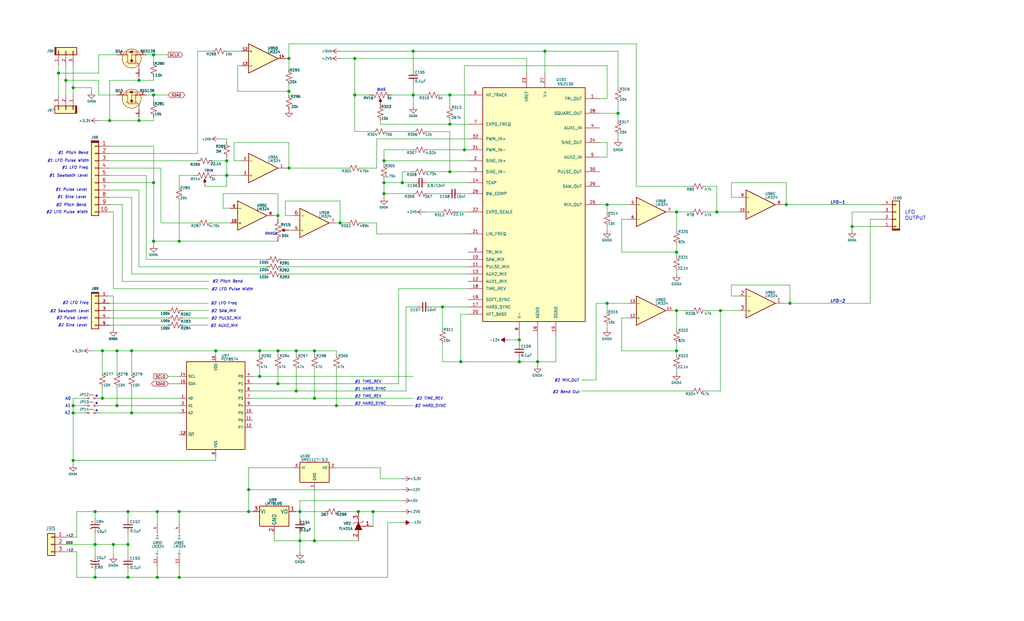
<source format=kicad_sch>
(kicad_sch (version 20250114) (generator "eeschema") (generator_version "9.0")
  (paper "USLegal")
  (title_block (title "Dual LFO") (date "2025-01-16") (rev "2.4") (comment 1 "In Development "))
  (lib_symbols
    (symbol "Amplifier_Operational:LM324" (pin_names (offset 0.127))
      (property "Reference" "U81" (at 1.524 3.81 0))
      (property "Value" "LM324" (at 1.524 2.54 0))
      (symbol "LM324_1_1"
        (pin input line (at -7.62 2.54 0) (length 2.54) (name "-") (number "2"))
        (pin input line (at -7.62 -2.54 0) (length 2.54) (name "+") (number "3"))
        (pin output line (at 7.62 0 180) (length 2.54) (name "~") (number "1"))
      )
      (symbol "LM324_2_1"
        (pin input line (at -7.62 2.54 0) (length 2.54) (name "+") (number "5"))
        (pin input line (at -7.62 -2.54 0) (length 2.54) (name "-") (number "6"))
        (pin output line (at 7.62 0 180) (length 2.54) (name "~") (number "7"))
      )
      (symbol "LM324_3_1"
        (pin input line (at -7.62 2.54 0) (length 2.54) (name "-") (number "9"))
        (pin input line (at -7.62 -2.54 0) (length 2.54) (name "+") (number "10"))
        (pin output line (at 7.62 0 180) (length 2.54) (name "~") (number "8"))
      )
      (symbol "LM324_4_1"
        (pin input line (at -7.62 2.54 0) (length 2.54) (name "-") (number "13"))
        (pin input line (at -7.62 -2.54 0) (length 2.54) (name "+") (number "12"))
        (pin output line (at 7.62 0 180) (length 2.54) (name "~") (number "14"))
      )
      (symbol "LM324_5_1"
        (pin power_in line (at -2.54 7.62 270) (length 3.81) (name "V+") (number "4"))
        (pin power_in line (at -2.54 -7.62 90) (length 3.81) (name "V-") (number "11"))
      )
    )
    (symbol "Connector_Generic:Conn_01x03" (pin_names (offset 1.016) (hide yes))
      (property "Reference" "J" (at 0 5.08 0))
      (property "Value" "Conn_01x03" (at 0 -5.08 0))
      (symbol "Conn_01x03_1_1"
        (pin passive line (at -5.08 2.54 0) (length 3.81) (name "Pin_1") (number "1"))
        (pin passive line (at -5.08 0 0) (length 3.81) (name "Pin_2") (number "2"))
        (pin passive line (at -5.08 -2.54 0) (length 3.81) (name "Pin_3") (number "3"))
      )
    )
    (symbol "Connector_keyed_kicad_sym:Conn_01x10h" (pin_names (offset 1.016) (hide yes))
      (property "Reference" "J28" (at 0 13.97 0))
      (symbol "Conn_01x10h_1_1"
        (pin passive line (at -5.08 10.16 0) (length 3.81) (name "Pin_1") (number "1"))
        (pin passive line (at -5.08 7.62 0) (length 3.81) (name "Pin_2") (number "2"))
        (pin passive line (at -5.08 5.08 0) (length 3.81) (name "Pin_3") (number "3"))
        (pin passive line (at -5.08 2.54 0) (length 3.81) (name "Pin_4") (number "4"))
        (pin passive line (at -5.08 0 0) (length 3.81) (name "Pin_5") (number "5"))
        (pin passive line (at -5.08 -2.54 0) (length 3.81) (name "Pin_6") (number "6"))
        (pin passive line (at -5.08 -5.08 0) (length 3.81) (name "Pin_7") (number "7"))
        (pin passive line (at -5.08 -7.62 0) (length 3.81) (name "Pin_8") (number "8"))
        (pin passive line (at -5.08 -10.16 0) (length 3.81) (name "Pin_9") (number "9"))
        (pin passive line (at -5.08 -12.7 0) (length 3.81) (name "Pin_10") (number "10"))
      )
    )
    (symbol "Device:C_Polarized_Small_US" (pin_numbers (hide yes)) (pin_names (offset 0.254) (hide yes))
      (property "Reference" "C" (at 0.254 1.778 0))
      (property "Value" "C_Polarized_Small_US" (at 0.254 -2.032 0))
      (symbol "C_Polarized_Small_US_1_1"
        (pin passive line (at 0 2.54 270) (length 2.032) (name "~") (number "1"))
        (pin passive line (at 0 -2.54 90) (length 2.032) (name "~") (number "2"))
      )
    )
    (symbol "Device:C_Small" (pin_numbers (hide yes)) (pin_names (offset 0.254) (hide yes))
      (property "Reference" "C" (at 0.254 1.778 0))
      (property "Value" "C_Small" (at 0.254 -2.032 0))
      (symbol "C_Small_1_1"
        (pin passive line (at 0 2.54 270) (length 2.032) (name "~") (number "1"))
        (pin passive line (at 0 -2.54 90) (length 2.032) (name "~") (number "2"))
      )
    )
    (symbol "Device:R_Potentiometer_US" (pin_names (offset 1.016) (hide yes))
      (property "Reference" "RV4" (at -1.0668 0.7874 0))
      (property "Value" "5k" (at -1.6256 -0.9906 0))
      (symbol "R_Potentiometer_US_1_1"
        (pin passive line (at 0 3.81 270) (length 1.27) (name "1") (number ""))
        (pin passive line (at 0 -3.81 90) (length 1.27) (name "3") (number ""))
        (pin passive line (at 3.81 0 180) (length 1.27) (name "2") (number ""))
      )
    )
    (symbol "Device:R_Small_US" (pin_numbers (hide yes)) (pin_names (offset 0.254) (hide yes))
      (property "Reference" "R" (at 0.762 0.508 0))
      (property "Value" "R_Small_US" (at 0.762 -1.016 0))
      (symbol "R_Small_US_1_1"
        (pin passive line (at 0 2.54 270) (length 1.016) (name "~") (number "1"))
        (pin passive line (at 0 -2.54 90) (length 1.016) (name "~") (number "2"))
      )
    )
    (symbol "Interface_Expansion:PCF8574"
      (property "Reference" "U93" (at 2.1941 20.32 0))
      (property "Value" "PCF8574" (at 2.1941 17.78 0))
      (symbol "PCF8574_1_1"
        (pin input line (at -12.7 10.16 0) (length 2.54) (name "SCL") (number "14"))
        (pin bidirectional line (at -12.7 7.62 0) (length 2.54) (name "SDA") (number "15"))
        (pin input line (at -12.7 2.54 0) (length 2.54) (name "A0") (number "1"))
        (pin input line (at -12.7 0 0) (length 2.54) (name "A1") (number "2"))
        (pin input line (at -12.7 -2.54 0) (length 2.54) (name "A2") (number "3"))
        (pin open_collector output_low (at -12.7 -10.16 0) (length 2.54) (name "~{INT}") (number "13"))
        (pin power_in line (at 0 17.78 270) (length 2.54) (name "VDD") (number "16"))
        (pin power_in line (at 0 -17.78 90) (length 2.54) (name "VSS") (number "8"))
        (pin bidirectional line (at 12.7 10.16 180) (length 2.54) (name "P0") (number "4"))
        (pin bidirectional line (at 12.7 7.62 180) (length 2.54) (name "P1") (number "5"))
        (pin bidirectional line (at 12.7 5.08 180) (length 2.54) (name "P2") (number "6"))
        (pin bidirectional line (at 12.7 2.54 180) (length 2.54) (name "P3") (number "7"))
        (pin bidirectional line (at 12.7 0 180) (length 2.54) (name "P4") (number "9"))
        (pin bidirectional line (at 12.7 -2.54 180) (length 2.54) (name "P5") (number "10"))
        (pin bidirectional line (at 12.7 -5.08 180) (length 2.54) (name "P6") (number "11"))
        (pin bidirectional line (at 12.7 -7.62 180) (length 2.54) (name "P7") (number "12"))
      )
    )
    (symbol "Jumper:Jumper_2_Small_Open" (pin_numbers (hide yes)) (pin_names (offset 0) (hide yes)) (exclude_from_sim yes)
      (property "Reference" "JP" (at 0 2.794 0))
      (property "Value" "Jumper_2_Small_Open" (at 0 -2.286 0))
      (symbol "Jumper_2_Small_Open_1_1"
        (pin passive line (at -2.54 0 0) (length 1.27) (name "A") (number "1"))
        (pin passive line (at 2.54 0 180) (length 1.27) (name "B") (number "2"))
      )
    )
    (symbol "LM324_1" (pin_names (offset 0.127))
      (property "Reference" "U90" (at 3.302 3.81 0))
      (property "Value" "LM324" (at 3.81 2.54 0))
      (symbol "LM324_1_1_1"
        (pin input line (at -7.62 2.54 0) (length 2.54) (name "-") (number "2"))
        (pin input line (at -7.62 -2.54 0) (length 2.54) (name "+") (number "3"))
        (pin output line (at 7.62 0 180) (length 2.54) (name "~") (number "1"))
      )
      (symbol "LM324_1_2_1"
        (pin input line (at -7.62 2.54 0) (length 2.54) (name "+") (number "5"))
        (pin input line (at -7.62 -2.54 0) (length 2.54) (name "-") (number "6"))
        (pin output line (at 7.62 0 180) (length 2.54) (name "~") (number "7"))
      )
      (symbol "LM324_1_3_1"
        (pin input line (at -7.62 2.54 0) (length 2.54) (name "+") (number "10"))
        (pin input line (at -7.62 -2.54 0) (length 2.54) (name "-") (number "9"))
        (pin output line (at 7.62 0 180) (length 2.54) (name "~") (number "8"))
      )
      (symbol "LM324_1_4_1"
        (pin input line (at -7.62 2.54 0) (length 2.54) (name "+") (number "12"))
        (pin input line (at -7.62 -2.54 0) (length 2.54) (name "-") (number "13"))
        (pin output line (at 7.62 0 180) (length 2.54) (name "~") (number "14"))
      )
      (symbol "LM324_1_5_1"
        (pin power_in line (at -2.54 7.62 270) (length 3.81) (name "V+") (number "4"))
        (pin power_in line (at -2.54 -7.62 90) (length 3.81) (name "V-") (number "11"))
      )
    )
    (symbol "LM324_2" (pin_names (offset 0.127))
      (property "Reference" "U85" (at 1.524 3.556 0))
      (property "Value" "LM324" (at 1.524 2.286 0))
      (symbol "LM324_2_1_1"
        (pin input line (at -7.62 2.54 0) (length 2.54) (name "+") (number "3"))
        (pin input line (at -7.62 -2.54 0) (length 2.54) (name "-") (number "2"))
        (pin output line (at 7.62 0 180) (length 2.54) (name "~") (number "1"))
      )
      (symbol "LM324_2_2_1"
        (pin input line (at -7.62 2.54 0) (length 2.54) (name "-") (number "6"))
        (pin input line (at -7.62 -2.54 0) (length 2.54) (name "+") (number "5"))
        (pin output line (at 7.62 0 180) (length 2.54) (name "~") (number "7"))
      )
      (symbol "LM324_2_3_1"
        (pin input line (at -7.62 2.54 0) (length 2.54) (name "-") (number "9"))
        (pin input line (at -7.62 -2.54 0) (length 2.54) (name "+") (number "10"))
        (pin output line (at 7.62 0 180) (length 2.54) (name "~") (number "8"))
      )
      (symbol "LM324_2_4_1"
        (pin input line (at -7.62 2.54 0) (length 2.54) (name "+") (number "12"))
        (pin input line (at -7.62 -2.54 0) (length 2.54) (name "-") (number "13"))
        (pin output line (at 7.62 0 180) (length 2.54) (name "~") (number "14"))
      )
      (symbol "LM324_2_5_1"
        (pin power_in line (at -2.54 7.62 270) (length 3.81) (name "V+") (number "4"))
        (pin power_in line (at -2.54 -7.62 90) (length 3.81) (name "V-") (number "11"))
      )
    )
    (symbol "LM324_3" (pin_names (offset 0.127))
      (property "Reference" "U85" (at 1.524 3.556 0))
      (property "Value" "LM324" (at 1.524 2.286 0))
      (symbol "LM324_3_1_1"
        (pin input line (at -7.62 2.54 0) (length 2.54) (name "+") (number "3"))
        (pin input line (at -7.62 -2.54 0) (length 2.54) (name "-") (number "2"))
        (pin output line (at 7.62 0 180) (length 2.54) (name "~") (number "1"))
      )
      (symbol "LM324_3_2_1"
        (pin input line (at -7.62 2.54 0) (length 2.54) (name "-") (number "6"))
        (pin input line (at -7.62 -2.54 0) (length 2.54) (name "+") (number "5"))
        (pin output line (at 7.62 0 180) (length 2.54) (name "~") (number "7"))
      )
      (symbol "LM324_3_3_1"
        (pin input line (at -7.62 2.54 0) (length 2.54) (name "-") (number "9"))
        (pin input line (at -7.62 -2.54 0) (length 2.54) (name "+") (number "10"))
        (pin output line (at 7.62 0 180) (length 2.54) (name "~") (number "8"))
      )
      (symbol "LM324_3_4_1"
        (pin input line (at -7.62 2.54 0) (length 2.54) (name "+") (number "12"))
        (pin input line (at -7.62 -2.54 0) (length 2.54) (name "-") (number "13"))
        (pin output line (at 7.62 0 180) (length 2.54) (name "~") (number "14"))
      )
      (symbol "LM324_3_5_1"
        (pin power_in line (at -2.54 7.62 270) (length 3.81) (name "V+") (number "4"))
        (pin power_in line (at -2.54 -7.62 90) (length 3.81) (name "V-") (number "11"))
      )
    )
    (symbol "LM324_4" (pin_names (offset 0.127))
      (property "Reference" "U85" (at 1.524 3.556 0))
      (property "Value" "LM324" (at 1.524 2.286 0))
      (symbol "LM324_4_1_1"
        (pin input line (at -7.62 2.54 0) (length 2.54) (name "+") (number "3"))
        (pin input line (at -7.62 -2.54 0) (length 2.54) (name "-") (number "2"))
        (pin output line (at 7.62 0 180) (length 2.54) (name "~") (number "1"))
      )
      (symbol "LM324_4_2_1"
        (pin input line (at -7.62 2.54 0) (length 2.54) (name "-") (number "6"))
        (pin input line (at -7.62 -2.54 0) (length 2.54) (name "+") (number "5"))
        (pin output line (at 7.62 0 180) (length 2.54) (name "~") (number "7"))
      )
      (symbol "LM324_4_3_1"
        (pin input line (at -7.62 2.54 0) (length 2.54) (name "-") (number "9"))
        (pin input line (at -7.62 -2.54 0) (length 2.54) (name "+") (number "10"))
        (pin output line (at 7.62 0 180) (length 2.54) (name "~") (number "8"))
      )
      (symbol "LM324_4_4_1"
        (pin input line (at -7.62 2.54 0) (length 2.54) (name "+") (number "12"))
        (pin input line (at -7.62 -2.54 0) (length 2.54) (name "-") (number "13"))
        (pin output line (at 7.62 0 180) (length 2.54) (name "~") (number "14"))
      )
      (symbol "LM324_4_5_1"
        (pin power_in line (at -2.54 7.62 270) (length 3.81) (name "V+") (number "4"))
        (pin power_in line (at -2.54 -7.62 90) (length 3.81) (name "V-") (number "11"))
      )
    )
    (symbol "LM324_5" (pin_names (offset 0.127))
      (property "Reference" "U81" (at 1.524 3.81 0))
      (property "Value" "LM324" (at 1.524 2.54 0))
      (symbol "LM324_5_1_1"
        (pin input line (at -7.62 2.54 0) (length 2.54) (name "-") (number "2"))
        (pin input line (at -7.62 -2.54 0) (length 2.54) (name "+") (number "3"))
        (pin output line (at 7.62 0 180) (length 2.54) (name "~") (number "1"))
      )
      (symbol "LM324_5_2_1"
        (pin input line (at -7.62 2.54 0) (length 2.54) (name "+") (number "5"))
        (pin input line (at -7.62 -2.54 0) (length 2.54) (name "-") (number "6"))
        (pin output line (at 7.62 0 180) (length 2.54) (name "~") (number "7"))
      )
      (symbol "LM324_5_3_1"
        (pin input line (at -7.62 2.54 0) (length 2.54) (name "-") (number "9"))
        (pin input line (at -7.62 -2.54 0) (length 2.54) (name "+") (number "10"))
        (pin output line (at 7.62 0 180) (length 2.54) (name "~") (number "8"))
      )
      (symbol "LM324_5_4_1"
        (pin input line (at -7.62 2.54 0) (length 2.54) (name "-") (number "13"))
        (pin input line (at -7.62 -2.54 0) (length 2.54) (name "+") (number "12"))
        (pin output line (at 7.62 0 180) (length 2.54) (name "~") (number "14"))
      )
      (symbol "LM324_5_5_1"
        (pin power_in line (at -2.54 7.62 270) (length 3.81) (name "V+") (number "4"))
        (pin power_in line (at -2.54 -7.62 90) (length 3.81) (name "V-") (number "11"))
      )
    )
    (symbol "LM324_6" (pin_names (offset 0.127))
      (property "Reference" "U85" (at 1.524 3.556 0))
      (property "Value" "LM324" (at 1.524 2.286 0))
      (symbol "LM324_6_1_1"
        (pin input line (at -7.62 2.54 0) (length 2.54) (name "+") (number "3"))
        (pin input line (at -7.62 -2.54 0) (length 2.54) (name "-") (number "2"))
        (pin output line (at 7.62 0 180) (length 2.54) (name "~") (number "1"))
      )
      (symbol "LM324_6_2_1"
        (pin input line (at -7.62 2.54 0) (length 2.54) (name "-") (number "6"))
        (pin input line (at -7.62 -2.54 0) (length 2.54) (name "+") (number "5"))
        (pin output line (at 7.62 0 180) (length 2.54) (name "~") (number "7"))
      )
      (symbol "LM324_6_3_1"
        (pin input line (at -7.62 2.54 0) (length 2.54) (name "-") (number "9"))
        (pin input line (at -7.62 -2.54 0) (length 2.54) (name "+") (number "10"))
        (pin output line (at 7.62 0 180) (length 2.54) (name "~") (number "8"))
      )
      (symbol "LM324_6_4_1"
        (pin input line (at -7.62 2.54 0) (length 2.54) (name "+") (number "12"))
        (pin input line (at -7.62 -2.54 0) (length 2.54) (name "-") (number "13"))
        (pin output line (at 7.62 0 180) (length 2.54) (name "~") (number "14"))
      )
      (symbol "LM324_6_5_1"
        (pin power_in line (at -2.54 7.62 270) (length 3.81) (name "V+") (number "4"))
        (pin power_in line (at -2.54 -7.62 90) (length 3.81) (name "V-") (number "11"))
      )
    )
    (symbol "LM324_7" (pin_names (offset 0.127))
      (property "Reference" "U81" (at 1.524 3.81 0))
      (property "Value" "LM324" (at 1.524 2.54 0))
      (symbol "LM324_7_1_1"
        (pin input line (at -7.62 2.54 0) (length 2.54) (name "-") (number "2"))
        (pin input line (at -7.62 -2.54 0) (length 2.54) (name "+") (number "3"))
        (pin output line (at 7.62 0 180) (length 2.54) (name "~") (number "1"))
      )
      (symbol "LM324_7_2_1"
        (pin input line (at -7.62 2.54 0) (length 2.54) (name "+") (number "5"))
        (pin input line (at -7.62 -2.54 0) (length 2.54) (name "-") (number "6"))
        (pin output line (at 7.62 0 180) (length 2.54) (name "~") (number "7"))
      )
      (symbol "LM324_7_3_1"
        (pin input line (at -7.62 2.54 0) (length 2.54) (name "-") (number "9"))
        (pin input line (at -7.62 -2.54 0) (length 2.54) (name "+") (number "10"))
        (pin output line (at 7.62 0 180) (length 2.54) (name "~") (number "8"))
      )
      (symbol "LM324_7_4_1"
        (pin input line (at -7.62 2.54 0) (length 2.54) (name "-") (number "13"))
        (pin input line (at -7.62 -2.54 0) (length 2.54) (name "+") (number "12"))
        (pin output line (at 7.62 0 180) (length 2.54) (name "~") (number "14"))
      )
      (symbol "LM324_7_5_1"
        (pin power_in line (at -2.54 7.62 270) (length 3.81) (name "V+") (number "4"))
        (pin power_in line (at -2.54 -7.62 90) (length 3.81) (name "V-") (number "11"))
      )
    )
    (symbol "LM324_8" (pin_names (offset 0.127))
      (property "Reference" "U81" (at 1.524 3.81 0))
      (property "Value" "LM324" (at 1.524 2.54 0))
      (symbol "LM324_8_1_1"
        (pin input line (at -7.62 2.54 0) (length 2.54) (name "-") (number "2"))
        (pin input line (at -7.62 -2.54 0) (length 2.54) (name "+") (number "3"))
        (pin output line (at 7.62 0 180) (length 2.54) (name "~") (number "1"))
      )
      (symbol "LM324_8_2_1"
        (pin input line (at -7.62 2.54 0) (length 2.54) (name "+") (number "5"))
        (pin input line (at -7.62 -2.54 0) (length 2.54) (name "-") (number "6"))
        (pin output line (at 7.62 0 180) (length 2.54) (name "~") (number "7"))
      )
      (symbol "LM324_8_3_1"
        (pin input line (at -7.62 2.54 0) (length 2.54) (name "-") (number "9"))
        (pin input line (at -7.62 -2.54 0) (length 2.54) (name "+") (number "10"))
        (pin output line (at 7.62 0 180) (length 2.54) (name "~") (number "8"))
      )
      (symbol "LM324_8_4_1"
        (pin input line (at -7.62 2.54 0) (length 2.54) (name "-") (number "13"))
        (pin input line (at -7.62 -2.54 0) (length 2.54) (name "+") (number "12"))
        (pin output line (at 7.62 0 180) (length 2.54) (name "~") (number "14"))
      )
      (symbol "LM324_8_5_1"
        (pin power_in line (at -2.54 7.62 270) (length 3.81) (name "V+") (number "4"))
        (pin power_in line (at -2.54 -7.62 90) (length 3.81) (name "V-") (number "11"))
      )
    )
    (symbol "LM324_9" (pin_names (offset 0.127))
      (property "Reference" "U81" (at 1.524 3.81 0))
      (property "Value" "LM324" (at 1.524 2.54 0))
      (symbol "LM324_9_1_1"
        (pin input line (at -7.62 2.54 0) (length 2.54) (name "-") (number "2"))
        (pin input line (at -7.62 -2.54 0) (length 2.54) (name "+") (number "3"))
        (pin output line (at 7.62 0 180) (length 2.54) (name "~") (number "1"))
      )
      (symbol "LM324_9_2_1"
        (pin input line (at -7.62 2.54 0) (length 2.54) (name "+") (number "5"))
        (pin input line (at -7.62 -2.54 0) (length 2.54) (name "-") (number "6"))
        (pin output line (at 7.62 0 180) (length 2.54) (name "~") (number "7"))
      )
      (symbol "LM324_9_3_1"
        (pin input line (at -7.62 2.54 0) (length 2.54) (name "-") (number "9"))
        (pin input line (at -7.62 -2.54 0) (length 2.54) (name "+") (number "10"))
        (pin output line (at 7.62 0 180) (length 2.54) (name "~") (number "8"))
      )
      (symbol "LM324_9_4_1"
        (pin input line (at -7.62 2.54 0) (length 2.54) (name "-") (number "13"))
        (pin input line (at -7.62 -2.54 0) (length 2.54) (name "+") (number "12"))
        (pin output line (at 7.62 0 180) (length 2.54) (name "~") (number "14"))
      )
      (symbol "LM324_9_5_1"
        (pin power_in line (at -2.54 7.62 270) (length 3.81) (name "V+") (number "4"))
        (pin power_in line (at -2.54 -7.62 90) (length 3.81) (name "V-") (number "11"))
      )
    )
    (symbol "My Connectors:Conn_01x03" (pin_names (offset 1.016) (hide yes))
      (property "Reference" "J" (at 0.0222 4.6797 0))
      (property "Value" "Conn_01x03" (at 0 -5.08 0))
      (symbol "Conn_01x03_1_1"
        (pin passive line (at -5.08 2.54 0) (length 3.81) (name "Pin_1") (number "1"))
        (pin passive line (at -5.08 0 0) (length 3.81) (name "Pin_2") (number "2"))
        (pin passive line (at -5.08 -2.54 0) (length 3.81) (name "Pin_3") (number "3"))
      )
    )
    (symbol "My Connectors:Conn_01x04" (pin_names (offset 1.016) (hide yes))
      (property "Reference" "J" (at -0.5788 4.6722 0))
      (property "Value" "Conn_01x04" (at -0.1524 -7.9502 0))
      (symbol "Conn_01x04_1_1"
        (pin passive line (at -5.08 2.54 0) (length 3.81) (name "Pin_1") (number "1"))
        (pin passive line (at -5.08 0 0) (length 3.81) (name "Pin_2") (number "2"))
        (pin passive line (at -5.08 -2.54 0) (length 3.81) (name "Pin_3") (number "3"))
        (pin passive line (at -5.08 -5.08 0) (length 3.81) (name "Pin_4") (number "4"))
      )
    )
    (symbol "My Connectors:Conn_01x05" (pin_names (offset 1.016) (hide yes))
      (property "Reference" "J" (at -0.3703 7.2081 0))
      (property "Value" "Conn_01x05" (at 0 -7.62 0))
      (symbol "Conn_01x05_1_1"
        (pin passive line (at -5.08 5.08 0) (length 3.81) (name "Pin_1") (number "1"))
        (pin passive line (at -5.08 2.54 0) (length 3.81) (name "Pin_2") (number "2"))
        (pin passive line (at -5.08 0 0) (length 3.81) (name "Pin_3") (number "3"))
        (pin passive line (at -5.08 -2.54 0) (length 3.81) (name "Pin_4") (number "4"))
        (pin passive line (at -5.08 -5.08 0) (length 3.81) (name "Pin_5") (number "5"))
      )
    )
    (symbol "Regulator_Linear:AMS1117-3.3"
      (property "Reference" "U94" (at -3.302 4.064 0))
      (property "Value" "AMS1117-3.3" (at 0 2.794 0))
      (symbol "AMS1117-3.3_1_1"
        (pin power_in line (at -7.62 0 0) (length 2.54) (name "VI") (number "3"))
        (pin power_in line (at 0 -7.62 90) (length 2.54) (name "GND") (number "1"))
        (pin power_out line (at 7.62 0 180) (length 2.54) (name "VO") (number "2"))
      )
    )
    (symbol "Regulator_Linear:LM78L05_TO92" (pin_names (offset 0.254))
      (property "Reference" "U" (at -3.81 3.175 0))
      (property "Value" "LM78L05_TO92" (at 0 3.175 0))
      (symbol "LM78L05_TO92_1_1"
        (pin power_in line (at -7.62 0 0) (length 2.54) (name "VI") (number "3"))
        (pin power_in line (at 0 -7.62 90) (length 2.54) (name "GND") (number "2"))
        (pin power_out line (at 7.62 0 180) (length 2.54) (name "VO") (number "1"))
      )
    )
    (symbol "SSI2130:SSI2130" (pin_names (offset 1.016))
      (property "Reference" "U109" (at 9.4996 43.5102 0))
      (property "Value" "SSI2130" (at 10.8966 41.9354 0))
      (symbol "SSI2130_0_0"
        (pin output line (at -22.86 38.1 0) (length 5.08) (name "HF_TRACK") (number "6"))
        (pin input line (at -22.86 27.94 0) (length 5.08) (name "EXPO_FREQ") (number "7"))
        (pin input line (at -22.86 22.86 0) (length 5.08) (name "PWM_IN+") (number "32"))
        (pin input line (at -22.86 19.05 0) (length 5.08) (name "PWM_IN-") (number "31"))
        (pin input line (at -22.86 15.24 0) (length 5.08) (name "SINE_IN+") (number "2"))
        (pin input line (at -22.86 11.43 0) (length 5.08) (name "SINE_IN-") (number "3"))
        (pin input line (at -22.86 7.62 0) (length 5.08) (name "TCAP") (number "14"))
        (pin input line (at -22.86 3.81 0) (length 5.08) (name "BW_COMP") (number "26"))
        (pin input line (at -22.86 -2.54 0) (length 5.08) (name "EXPO_SCALE") (number "22"))
        (pin input line (at -22.86 -10.16 0) (length 5.08) (name "LIN_FREQ") (number "21"))
        (pin input line (at -22.86 -16.51 0) (length 5.08) (name "TRI_MIX") (number "9"))
        (pin input line (at -22.86 -19.05 0) (length 5.08) (name "SAW_MIX") (number "10"))
        (pin input line (at -22.86 -21.59 0) (length 5.08) (name "PULSE_MIX") (number "11"))
        (pin input line (at -22.86 -24.13 0) (length 5.08) (name "AUX2_MIX") (number "13"))
        (pin input line (at -22.86 -26.67 0) (length 5.08) (name "AUX1_MIX") (number "12"))
        (pin input line (at -22.86 -29.21 0) (length 5.08) (name "TIME_REV") (number "18"))
        (pin input line (at -22.86 -33.02 0) (length 5.08) (name "SOFT_SYNC") (number "19"))
        (pin input line (at -22.86 -35.56 0) (length 5.08) (name "HARD_SYNC") (number "17"))
        (pin input line (at -22.86 -38.1 0) (length 5.08) (name "HFT_BASE") (number "20"))
        (pin power_in line (at -5.08 -45.72 90) (length 5.08) (name "V-") (number "8"))
        (pin input line (at -2.54 45.72 270) (length 5.08) (name "VREF") (number "23"))
        (pin power_in line (at 1.27 -45.72 90) (length 5.08) (name "AGND") (number "16"))
        (pin power_in line (at 3.81 45.72 270) (length 5.08) (name "V+") (number "27"))
        (pin power_in line (at 7.62 -45.72 90) (length 5.08) (name "DGND") (number "15"))
        (pin output line (at 22.86 36.83 180) (length 5.08) (name "TRI_OUT") (number "1"))
        (pin output line (at 22.86 31.75 180) (length 5.08) (name "SQUARE_OUT") (number "28"))
        (pin input line (at 22.86 26.67 180) (length 5.08) (name "AUX1_IN") (number "4"))
        (pin output line (at 22.86 21.59 180) (length 5.08) (name "SINE_OUT") (number "24"))
        (pin input line (at 22.86 16.51 180) (length 5.08) (name "AUX2_IN") (number "5"))
        (pin output line (at 22.86 11.43 180) (length 5.08) (name "PULSE_OUT") (number "30"))
        (pin output line (at 22.86 6.35 180) (length 5.08) (name "SAW_OUT") (number "29"))
        (pin output line (at 22.86 0 180) (length 5.08) (name "MIX_OUT") (number "25"))
      )
    )
    (symbol "dk_PMIC-Voltage-Reference:TL431CLPM" (pin_names (offset 0) (hide yes))
      (property "Reference" "VR" (at -2.54 3.175 0))
      (property "Value" "TL431CLPM" (at -5.715 0 90))
      (symbol "TL431CLPM_1_1"
        (pin passive line (at 0 5.08 270) (length 3.81) (name "K") (number "3"))
        (pin passive line (at 0 -5.08 90) (length 3.81) (name "A") (number "2"))
        (pin passive line (at 5.08 0 180) (length 3.81) (name "REF") (number "1"))
      )
    )
    (symbol "dk_Transistors-FETs-MOSFETs-Single:BSS138" (pin_names (offset 0))
      (property "Reference" "Q?" (at -3.1496 -3.6576 90))
      (property "Value" "BSS138" (at -3.1496 4.4958 90))
      (symbol "BSS138_1_1"
        (pin bidirectional line (at -7.62 -2.54 0) (length 2.54) (name "") (number "1"))
        (pin bidirectional line (at 0 5.08 270) (length 2.54) (name "") (number "3"))
        (pin bidirectional line (at 0 -5.08 90) (length 2.54) (name "") (number "2"))
      )
    )
    (symbol "power:+12V" (power) (pin_names (offset 0))
      (property "Value" "+12V" (at 0 3.556 0))
      (symbol "+12V_1_1"
        (pin power_in line (at 0 0 90) (length 0) (hide yes) (name "+12V") (number "1"))
      )
    )
    (symbol "power:+2V5" (power) (pin_names (offset 0))
      (property "Value" "+2V5" (at 0 3.556 0))
      (symbol "+2V5_1_1"
        (pin power_in line (at 0 0 90) (length 0) (hide yes) (name "+2V5") (number "1"))
      )
    )
    (symbol "power:+5VA" (power) (pin_names (offset 0))
      (property "Value" "+5VA" (at 0 3.556 0))
      (symbol "+5VA_1_1"
        (pin power_in line (at 0 0 90) (length 0) (hide yes) (name "+5VA") (number "1"))
      )
    )
    (symbol "power:+5VD" (power) (pin_names (offset 0))
      (property "Value" "+5VD" (at 0 3.556 0))
      (symbol "+5VD_1_1"
        (pin power_in line (at 0 0 90) (length 0) (hide yes) (name "+5VD") (number "1"))
      )
    )
    (symbol "power:-12V" (power) (pin_names (offset 0))
      (property "Value" "-12V" (at 0 3.81 0))
      (symbol "-12V_0_0"
        (pin power_in line (at 0 0 90) (length 0) (hide yes) (name "-12V") (number "1"))
      )
    )
    (symbol "power:GNDA" (power) (pin_names (offset 0))
      (property "Value" "GNDA" (at 0 -3.81 0))
      (symbol "GNDA_1_1"
        (pin power_in line (at 0 0 270) (length 0) (hide yes) (name "GNDA") (number "1"))
      )
    )
  )
  (text "#2 SAW_MIX" (at 73.321 108.7967 0) (effects (font (size 0.9525 0.9525) (italic yes)) (justify left bottom)))
  (text "_{BIAS}" (at 130.81 31.75 0) (effects (font (size 1.1176 1.1176) (italic yes)) (justify left bottom)))
  (text "*" (at 33.528 143.256 0) (effects (font (size 1.27 1.27) (thickness 0.254) (bold yes))))
  (text "#2 Sine Level" (at 30.3185 113.7408 0) (effects (font (size 0.9525 0.9525) (italic yes)) (justify right bottom)))
  (text "#2 LFO Freq" (at 73.2024 106.0904 0) (effects (font (size 0.9525 0.9525) (italic yes)) (justify left bottom)))
  (text "#2 Pitch Bend" (at 30.0645 71.9503 0) (effects (font (size 0.9525 0.9525) (italic yes)) (justify right bottom)))
  (text "A0" (at 23.622 138.684 0) (effects (font (size 1.016 1.016))))
  (text "#2 Bend Out" (at 196.596 136.398 0) (effects (font (size 0.9525 0.9525) (italic yes))))
  (text "#1 TIME_REV" (at 123.19 133.35 0) (effects (font (size 0.9525 0.9525) (italic yes)) (justify left bottom)))
  (text "#2 MIX_OUT" (at 196.85 132.334 0) (effects (font (size 0.9525 0.9525) (italic yes))))
  (text "#2 HARD_SYNC" (at 144.0348 141.7711 0) (effects (font (size 0.9525 0.9525) (italic yes)) (justify left bottom)))
  (text "#2 HARD_SYNC" (at 123.19 140.97 0) (effects (font (size 0.9525 0.9525) (italic yes)) (justify left bottom)))
  (text "#1 HARD_SYNC" (at 123.19 135.89 0) (effects (font (size 0.9525 0.9525) (italic yes)) (justify left bottom)))
  (text "#2 Pulse Level" (at 30.5509 111.184 0) (effects (font (size 0.9525 0.9525) (italic yes)) (justify right bottom)))
  (text "LFO\nOUTPUT" (at 314.198 76.708 0) (effects (font (size 1.27 1.27)) (justify left bottom)))
  (text "#1 LFO Pulse Width" (at 30.9618 56.5342 0) (effects (font (size 0.9525 0.9525) (italic yes)) (justify right bottom)))
  (text "#1 LFO Freq" (at 30.614 58.9688 0) (effects (font (size 0.9525 0.9525) (italic yes)) (justify right bottom)))
  (text "#2 AUX2_MIX" (at 73.0885 113.9104 0) (effects (font (size 0.9525 0.9525) (italic yes)) (justify left bottom)))
  (text "LFO-1" (at 288.29 71.12 0) (effects (font (size 1.016 1.016) (thickness 0.2032) (bold yes) (italic yes)) (justify left bottom)))
  (text "_{TRIM}" (at 70.866 59.944 0) (effects (font (size 1.1176 1.1176) (italic yes)) (justify left bottom)))
  (text "#2 TIME_REV" (at 123.19 138.43 0) (effects (font (size 0.9525 0.9525) (italic yes)) (justify left bottom)))
  (text "LFO-2" (at 288.29 105.41 0) (effects (font (size 1.016 1.016) (thickness 0.2032) (bold yes) (italic yes)) (justify left bottom)))
  (text "#1 Sawtooth Level" (at 30.6456 61.723 0) (effects (font (size 0.9525 0.9525) (italic yes)) (justify right bottom)))
  (text "A2" (at 23.4688 143.6099 0) (effects (font (size 1.016 1.016))))
  (text "_{RANGE}" (at 91.948 81.788 0) (effects (font (size 1.1176 1.1176) (italic yes)) (justify left bottom)))
  (text "#2 LFO Freq" (at 30.8519 105.9617 0) (effects (font (size 0.9525 0.9525) (italic yes)) (justify right bottom)))
  (text "#2 PULSE_MIX" (at 73.3209 111.3536 0) (effects (font (size 0.9525 0.9525) (italic yes)) (justify left bottom)))
  (text "#1 Sine Level" (at 30.0645 69.161 0) (effects (font (size 0.9525 0.9525) (italic yes)) (justify right bottom)))
  (text "A1" (at 23.622 141.224 0) (effects (font (size 1.016 1.016))))
  (text "#2 Pitch Bend" (at 73.7288 98.4877 0) (effects (font (size 0.9525 0.9525) (italic yes)) (justify left bottom)))
  (text "#2 LFO Pulse Width" (at 30.5537 74.4113 0) (effects (font (size 0.9525 0.9525) (italic yes)) (justify right bottom)))
  (text "*" (at 33.528 140.716 0) (effects (font (size 1.27 1.27) (thickness 0.254) (bold yes))))
  (text "*" (at 33.528 138.176 0) (effects (font (size 1.27 1.27) (thickness 0.254) (bold yes))))
  (text "#2 TIME_REV" (at 144.5713 139.1958 0) (effects (font (size 0.9525 0.9525) (italic yes)) (justify left bottom)))
  (text "#2 Sawtooth Level" (at 30.9711 108.8292 0) (effects (font (size 0.9525 0.9525) (italic yes)) (justify right bottom)))
  (text "#1 Pitch Bend" (at 30.7618 53.8201 0) (effects (font (size 0.9525 0.9525) (italic yes)) (justify right bottom)))
  (text "#1 Pulse Level" (at 30.2969 66.6042 0) (effects (font (size 0.9525 0.9525) (italic yes)) (justify right bottom)))
  (text "#2 LFO Pulse Width" (at 73.4349 101.2092 0) (effects (font (size 0.9525 0.9525) (italic yes)) (justify left bottom)))
  (junction (at 104.14 177.8))
  (junction (at 62.23 83.82))
  (junction (at 214.63 39.37))
  (junction (at 33.02 189.23))
  (junction (at 250.19 107.95))
  (junction (at 44.45 200.66))
  (junction (at 180.34 118.11))
  (junction (at 273.05 71.12))
  (junction (at 62.23 177.8))
  (junction (at 189.23 17.78))
  (junction (at 123.19 33.02))
  (junction (at 25.4 143.51))
  (junction (at 74.93 121.92))
  (junction (at 100.33 58.42))
  (junction (at 48.26 27.94))
  (junction (at 90.17 121.92))
  (junction (at 78.74 55.88))
  (junction (at 116.84 140.97))
  (junction (at 153.67 106.68))
  (junction (at 53.34 19.05))
  (junction (at 133.35 55.88))
  (junction (at 39.37 189.23))
  (junction (at 139.7 63.5))
  (junction (at 156.21 43.18))
  (junction (at 109.22 187.96))
  (junction (at 248.92 73.66))
  (junction (at 100.33 20.32))
  (junction (at 96.52 74.93))
  (junction (at 143.51 17.78))
  (junction (at 234.95 107.95))
  (junction (at 100.33 31.75))
  (junction (at 133.35 63.5))
  (junction (at 234.95 121.92))
  (junction (at 102.87 135.89))
  (junction (at 123.19 20.32))
  (junction (at 22.86 27.94))
  (junction (at 54.61 177.8))
  (junction (at 295.91 78.74))
  (junction (at 210.82 105.41))
  (junction (at 104.14 187.96))
  (junction (at 20.32 25.4))
  (junction (at 90.17 130.81))
  (junction (at 54.61 200.66))
  (junction (at 25.4 30.48))
  (junction (at 161.29 52.07))
  (junction (at 53.34 83.82))
  (junction (at 62.23 200.66))
  (junction (at 53.34 63.5))
  (junction (at 53.34 33.02))
  (junction (at 129.54 177.8))
  (junction (at 40.64 121.92))
  (junction (at 96.52 121.92))
  (junction (at 180.34 125.73))
  (junction (at 124.46 177.8))
  (junction (at 274.32 105.41))
  (junction (at 40.64 140.97))
  (junction (at 86.36 177.8))
  (junction (at 118.11 77.47))
  (junction (at 96.52 133.35))
  (junction (at 44.45 177.8))
  (junction (at 102.87 121.92))
  (junction (at 86.36 170.18))
  (junction (at 33.02 177.8))
  (junction (at 156.21 33.02))
  (junction (at 133.35 67.31))
  (junction (at 234.95 73.66))
  (junction (at 35.56 138.43))
  (junction (at 109.22 138.43))
  (junction (at 25.4 140.97))
  (junction (at 78.74 60.96))
  (junction (at 45.72 121.92))
  (junction (at 44.45 189.23))
  (junction (at 143.51 33.02))
  (junction (at 156.21 59.69))
  (junction (at 160.02 125.73))
  (junction (at 186.69 125.73))
  (junction (at 109.22 121.92))
  (junction (at 25.4 160.02))
  (junction (at 35.56 121.92))
  (junction (at 234.95 87.63))
  (junction (at 33.02 200.66))
  (junction (at 210.82 71.12))
  (junction (at 45.72 143.51))
  (junction (at 38.1 41.91))
  (junction (at 48.26 41.91))
  (wire (pts (xy 38.1 110.49) (xy 58.42 110.49)))
  (wire (pts (xy 20.32 33.02) (xy 20.32 25.4)))
  (wire (pts (xy 35.56 134.62) (xy 35.56 138.43)))
  (wire (pts (xy 38.1 53.34) (xy 68.58 53.34)))
  (wire (pts (xy 129.54 177.8) (xy 139.7 177.8)))
  (wire (pts (xy 102.87 128.27) (xy 102.87 135.89)))
  (wire (pts (xy 102.87 123.19) (xy 102.87 121.92)))
  (wire (pts (xy 274.32 99.06) (xy 274.32 105.41)))
  (wire (pts (xy 109.22 123.19) (xy 109.22 121.92)))
  (wire (pts (xy 38.1 63.5) (xy 53.34 63.5)))
  (wire (pts (xy 44.45 198.12) (xy 44.45 200.66)))
  (wire (pts (xy 45.72 121.92) (xy 45.72 129.54)))
  (wire (pts (xy 193.04 116.84) (xy 193.04 125.73)))
  (wire (pts (xy 63.5 110.49) (xy 72.39 110.49)))
  (wire (pts (xy 62.23 83.82) (xy 96.52 83.82)))
  (wire (pts (xy 25.4 143.51) (xy 29.21 143.51)))
  (wire (pts (xy 53.34 19.05) (xy 58.42 19.05)))
  (wire (pts (xy 54.61 200.66) (xy 62.23 200.66)))
  (wire (pts (xy 306.07 76.2) (xy 302.26 76.2)))
  (wire (pts (xy 74.93 121.92) (xy 90.17 121.92)))
  (wire (pts (xy 87.63 135.89) (xy 102.87 135.89)))
  (wire (pts (xy 100.33 49.53) (xy 100.33 58.42)))
  (wire (pts (xy 26.67 186.69) (xy 26.67 177.8)))
  (wire (pts (xy 100.33 31.75) (xy 82.55 31.75)))
  (wire (pts (xy 123.19 33.02) (xy 123.19 20.32)))
  (wire (pts (xy 45.72 95.25) (xy 92.71 95.25)))
  (wire (pts (xy 78.74 48.26) (xy 76.2 48.26)))
  (wire (pts (xy 234.95 119.38) (xy 234.95 121.92)))
  (wire (pts (xy 71.12 64.77) (xy 78.74 64.77)))
  (wire (pts (xy 118.11 77.47) (xy 120.65 77.47)))
  (wire (pts (xy 109.22 128.27) (xy 109.22 138.43)))
  (wire (pts (xy 250.19 107.95) (xy 256.54 107.95)))
  (wire (pts (xy 134.62 181.61) (xy 134.62 200.66)))
  (wire (pts (xy 113.03 177.8) (xy 104.14 177.8)))
  (wire (pts (xy 44.45 200.66) (xy 54.61 200.66)))
  (wire (pts (xy 74.93 123.19) (xy 74.93 121.92)))
  (wire (pts (xy 53.34 33.02) (xy 53.34 35.56)))
  (wire (pts (xy 102.87 177.8) (xy 104.14 177.8)))
  (wire (pts (xy 44.45 177.8) (xy 44.45 180.34)))
  (wire (pts (xy 153.67 119.38) (xy 153.67 125.73)))
  (wire (pts (xy 210.82 71.12) (xy 218.44 71.12)))
  (wire (pts (xy 40.64 121.92) (xy 40.64 129.54)))
  (wire (pts (xy 156.21 41.91) (xy 156.21 43.18)))
  (wire (pts (xy 100.33 80.01) (xy 101.6 80.01)))
  (wire (pts (xy 44.45 177.8) (xy 54.61 177.8)))
  (wire (pts (xy 38.1 71.12) (xy 42.418 71.12)))
  (wire (pts (xy 78.74 60.96) (xy 78.74 64.77)))
  (wire (pts (xy 53.34 40.64) (xy 53.34 41.91)))
  (wire (pts (xy 133.35 55.88) (xy 162.56 55.88)))
  (wire (pts (xy 33.02 189.23) (xy 33.02 193.04)))
  (wire (pts (xy 44.45 185.42) (xy 44.45 189.23)))
  (wire (pts (xy 25.4 140.97) (xy 29.21 140.97)))
  (wire (pts (xy 210.82 34.29) (xy 210.82 22.86)))
  (wire (pts (xy 271.78 71.12) (xy 273.05 71.12)))
  (wire (pts (xy 154.94 67.31) (xy 148.59 67.31)))
  (wire (pts (xy 78.74 17.78) (xy 83.82 17.78)))
  (wire (pts (xy 134.62 45.72) (xy 143.51 45.72)))
  (wire (pts (xy 143.51 17.78) (xy 118.11 17.78)))
  (wire (pts (xy 295.91 78.74) (xy 306.07 78.74)))
  (wire (pts (xy 25.4 33.02) (xy 25.4 30.48)))
  (wire (pts (xy 220.98 15.24) (xy 220.98 64.77)))
  (wire (pts (xy 233.68 107.95) (xy 234.95 107.95)))
  (wire (pts (xy 95.25 74.93) (xy 96.52 74.93)))
  (wire (pts (xy 25.4 22.86) (xy 25.4 30.48)))
  (wire (pts (xy 78.74 54.61) (xy 78.74 55.88)))
  (wire (pts (xy 254 68.58) (xy 256.54 68.58)))
  (wire (pts (xy 39.37 189.23) (xy 39.37 193.04)))
  (wire (pts (xy 233.68 73.66) (xy 234.95 73.66)))
  (wire (pts (xy 62.23 140.97) (xy 40.64 140.97)))
  (wire (pts (xy 118.11 69.85) (xy 118.11 77.47)))
  (wire (pts (xy 22.86 33.02) (xy 22.86 27.94)))
  (wire (pts (xy 58.42 130.81) (xy 62.23 130.81)))
  (wire (pts (xy 234.95 93.98) (xy 234.95 95.25)))
  (wire (pts (xy 34.29 143.51) (xy 45.72 143.51)))
  (wire (pts (xy 100.33 20.32) (xy 100.33 24.13)))
  (wire (pts (xy 86.36 170.18) (xy 86.36 177.8)))
  (wire (pts (xy 62.23 200.66) (xy 134.62 200.66)))
  (wire (pts (xy 148.59 45.72) (xy 156.21 45.72)))
  (wire (pts (xy 26.67 177.8) (xy 33.02 177.8)))
  (wire (pts (xy 245.11 107.95) (xy 250.19 107.95)))
  (wire (pts (xy 245.11 64.77) (xy 248.92 64.77)))
  (wire (pts (xy 77.47 72.39) (xy 80.01 72.39)))
  (wire (pts (xy 109.22 121.92) (xy 102.87 121.92)))
  (wire (pts (xy 123.19 20.32) (xy 182.88 20.32)))
  (wire (pts (xy 161.29 22.86) (xy 210.82 22.86)))
  (wire (pts (xy 39.37 102.87) (xy 39.37 114.3)))
  (wire (pts (xy 102.87 121.92) (xy 96.52 121.92)))
  (wire (pts (xy 234.95 107.95) (xy 234.95 114.3)))
  (wire (pts (xy 87.63 130.81) (xy 90.17 130.81)))
  (wire (pts (xy 87.63 140.97) (xy 116.84 140.97)))
  (wire (pts (xy 208.28 71.12) (xy 210.82 71.12)))
  (wire (pts (xy 148.59 52.07) (xy 161.29 52.07)))
  (wire (pts (xy 62.23 177.8) (xy 62.23 181.61)))
  (wire (pts (xy 20.32 22.86) (xy 20.32 25.4)))
  (wire (pts (xy 63.5 113.03) (xy 72.39 113.03)))
  (wire (pts (xy 273.05 63.5) (xy 273.05 71.12)))
  (wire (pts (xy 306.07 73.66) (xy 295.91 73.66)))
  (wire (pts (xy 208.28 49.53) (xy 210.82 49.53)))
  (wire (pts (xy 35.56 138.43) (xy 34.29 138.43)))
  (wire (pts (xy 97.79 92.71) (xy 162.56 92.71)))
  (wire (pts (xy 210.82 78.74) (xy 210.82 80.01)))
  (wire (pts (xy 248.92 73.66) (xy 256.54 73.66)))
  (wire (pts (xy 148.59 63.5) (xy 162.56 63.5)))
  (wire (pts (xy 248.92 64.77) (xy 248.92 73.66)))
  (wire (pts (xy 125.73 77.47) (xy 130.81 77.47)))
  (wire (pts (xy 180.34 118.11) (xy 180.34 119.38)))
  (wire (pts (xy 208.28 34.29) (xy 210.82 34.29)))
  (wire (pts (xy 234.95 128.27) (xy 234.95 129.54)))
  (wire (pts (xy 130.81 48.26) (xy 130.81 58.42)))
  (wire (pts (xy 201.93 132.08) (xy 207.01 132.08)))
  (wire (pts (xy 104.14 173.99) (xy 139.7 173.99)))
  (wire (pts (xy 74.93 160.02) (xy 25.4 160.02)))
  (wire (pts (xy 176.53 118.11) (xy 180.34 118.11)))
  (wire (pts (xy 53.34 33.02) (xy 58.42 33.02)))
  (wire (pts (xy 50.8 33.02) (xy 53.34 33.02)))
  (wire (pts (xy 38.1 107.95) (xy 58.42 107.95)))
  (wire (pts (xy 133.35 55.88) (xy 133.35 57.15)))
  (wire (pts (xy 62.23 69.85) (xy 62.23 83.82)))
  (wire (pts (xy 104.14 187.96) (xy 104.14 191.77)))
  (wire (pts (xy 102.87 135.89) (xy 140.97 135.89)))
  (wire (pts (xy 214.63 46.99) (xy 214.63 48.26)))
  (wire (pts (xy 109.22 121.92) (xy 116.84 121.92)))
  (wire (pts (xy 234.95 85.09) (xy 234.95 87.63)))
  (wire (pts (xy 99.06 69.85) (xy 118.11 69.85)))
  (wire (pts (xy 160.02 109.22) (xy 160.02 125.73)))
  (wire (pts (xy 116.84 123.19) (xy 116.84 121.92)))
  (wire (pts (xy 44.45 189.23) (xy 44.45 193.04)))
  (wire (pts (xy 118.11 77.47) (xy 116.84 77.47)))
  (wire (pts (xy 38.1 102.87) (xy 39.37 102.87)))
  (wire (pts (xy 90.17 130.81) (xy 143.51 130.81)))
  (wire (pts (xy 130.81 77.47) (xy 130.81 81.28)))
  (wire (pts (xy 96.52 133.35) (xy 138.43 133.35)))
  (wire (pts (xy 207.01 105.41) (xy 210.82 105.41)))
  (wire (pts (xy 133.35 63.5) (xy 133.35 67.31)))
  (wire (pts (xy 143.51 29.21) (xy 143.51 33.02)))
  (wire (pts (xy 97.79 90.17) (xy 162.56 90.17)))
  (wire (pts (xy 133.35 62.23) (xy 133.35 63.5)))
  (wire (pts (xy 109.22 138.43) (xy 87.63 138.43)))
  (wire (pts (xy 143.51 63.5) (xy 139.7 63.5)))
  (wire (pts (xy 54.61 177.8) (xy 62.23 177.8)))
  (wire (pts (xy 74.93 60.96) (xy 78.74 60.96)))
  (wire (pts (xy 81.28 55.88) (xy 81.28 49.53)))
  (wire (pts (xy 39.37 189.23) (xy 44.45 189.23)))
  (wire (pts (xy 124.46 177.8) (xy 129.54 177.8)))
  (wire (pts (xy 153.67 106.68) (xy 153.67 114.3)))
  (wire (pts (xy 158.242 73.66) (xy 162.56 73.66)))
  (wire (pts (xy 50.8 19.05) (xy 53.34 19.05)))
  (wire (pts (xy 118.11 20.32) (xy 123.19 20.32)))
  (wire (pts (xy 96.52 121.92) (xy 90.17 121.92)))
  (wire (pts (xy 129.54 45.72) (xy 123.19 45.72)))
  (wire (pts (xy 99.06 74.93) (xy 99.06 69.85)))
  (wire (pts (xy 104.14 177.8) (xy 104.14 180.34)))
  (wire (pts (xy 156.21 33.02) (xy 156.21 36.83)))
  (wire (pts (xy 156.21 59.69) (xy 162.56 59.69)))
  (wire (pts (xy 161.29 52.07) (xy 161.29 22.86)))
  (wire (pts (xy 62.23 143.51) (xy 45.72 143.51)))
  (wire (pts (xy 143.51 33.02) (xy 147.828 33.02)))
  (wire (pts (xy 133.35 68.58) (xy 133.35 67.31)))
  (wire (pts (xy 33.02 198.12) (xy 33.02 200.66)))
  (wire (pts (xy 38.1 66.04) (xy 48.26 66.04)))
  (wire (pts (xy 53.34 19.05) (xy 53.34 21.59)))
  (wire (pts (xy 86.36 162.56) (xy 101.6 162.56)))
  (wire (pts (xy 156.21 33.02) (xy 162.56 33.02)))
  (wire (pts (xy 53.34 83.82) (xy 62.23 83.82)))
  (wire (pts (xy 77.47 72.39) (xy 77.47 67.31)))
  (wire (pts (xy 83.82 55.88) (xy 81.28 55.88)))
  (wire (pts (xy 90.17 123.19) (xy 90.17 121.92)))
  (wire (pts (xy 86.36 162.56) (xy 86.36 170.18)))
  (wire (pts (xy 62.23 60.96) (xy 62.23 64.77)))
  (wire (pts (xy 210.82 107.95) (xy 210.82 105.41)))
  (wire (pts (xy 38.1 50.8) (xy 53.34 50.8)))
  (wire (pts (xy 156.21 43.18) (xy 162.56 43.18)))
  (wire (pts (xy 48.26 27.94) (xy 53.34 27.94)))
  (wire (pts (xy 54.61 177.8) (xy 54.61 181.61)))
  (wire (pts (xy 78.74 49.53) (xy 78.74 48.26)))
  (wire (pts (xy 35.56 121.92) (xy 35.56 129.54)))
  (wire (pts (xy 133.35 63.5) (xy 139.7 63.5)))
  (wire (pts (xy 38.1 55.88) (xy 68.58 55.88)))
  (wire (pts (xy 182.88 25.4) (xy 182.88 20.32)))
  (wire (pts (xy 100.33 33.02) (xy 100.33 31.75)))
  (wire (pts (xy 245.11 73.66) (xy 248.92 73.66)))
  (wire (pts (xy 35.56 121.92) (xy 40.64 121.92)))
  (wire (pts (xy 53.34 26.67) (xy 53.34 27.94)))
  (wire (pts (xy 53.34 41.91) (xy 48.26 41.91)))
  (wire (pts (xy 234.95 87.63) (xy 234.95 88.9)))
  (wire (pts (xy 161.29 52.07) (xy 162.56 52.07)))
  (wire (pts (xy 109.22 187.96) (xy 104.14 187.96)))
  (wire (pts (xy 45.72 68.58) (xy 45.72 95.25)))
  (wire (pts (xy 39.37 100.33) (xy 72.39 100.33)))
  (wire (pts (xy 48.26 27.94) (xy 38.1 27.94)))
  (wire (pts (xy 130.81 48.26) (xy 162.56 48.26)))
  (wire (pts (xy 38.1 113.03) (xy 58.42 113.03)))
  (wire (pts (xy 96.52 67.31) (xy 96.52 74.93)))
  (wire (pts (xy 214.63 39.37) (xy 214.63 41.91)))
  (wire (pts (xy 143.51 17.78) (xy 189.23 17.78)))
  (wire (pts (xy 81.28 49.53) (xy 100.33 49.53)))
  (wire (pts (xy 38.1 105.41) (xy 72.39 105.41)))
  (wire (pts (xy 295.91 78.74) (xy 295.91 80.01)))
  (wire (pts (xy 29.21 138.43) (xy 25.4 138.43)))
  (wire (pts (xy 45.72 121.92) (xy 74.93 121.92)))
  (wire (pts (xy 22.86 191.77) (xy 26.67 191.77)))
  (wire (pts (xy 156.21 59.69) (xy 156.21 45.72)))
  (wire (pts (xy 38.1 41.91) (xy 48.26 41.91)))
  (wire (pts (xy 40.64 134.62) (xy 40.64 140.97)))
  (wire (pts (xy 215.9 76.2) (xy 215.9 87.63)))
  (wire (pts (xy 116.84 140.97) (xy 143.51 140.97)))
  (wire (pts (xy 34.29 19.05) (xy 40.64 19.05)))
  (wire (pts (xy 48.26 92.71) (xy 92.71 92.71)))
  (wire (pts (xy 50.8 90.17) (xy 92.71 90.17)))
  (wire (pts (xy 180.34 125.73) (xy 180.34 124.46)))
  (wire (pts (xy 53.34 50.8) (xy 53.34 63.5)))
  (wire (pts (xy 140.97 106.68) (xy 140.97 135.89)))
  (wire (pts (xy 234.95 73.66) (xy 240.03 73.66)))
  (wire (pts (xy 53.34 85.09) (xy 53.34 83.82)))
  (wire (pts (xy 271.78 105.41) (xy 274.32 105.41)))
  (wire (pts (xy 189.23 17.78) (xy 189.23 25.4)))
  (wire (pts (xy 135.89 33.02) (xy 143.51 33.02)))
  (wire (pts (xy 33.02 177.8) (xy 33.02 180.34)))
  (wire (pts (xy 254 99.06) (xy 274.32 99.06)))
  (wire (pts (xy 186.69 116.84) (xy 186.69 125.73)))
  (wire (pts (xy 132.08 166.37) (xy 139.7 166.37)))
  (wire (pts (xy 273.05 63.5) (xy 254 63.5)))
  (wire (pts (xy 254 63.5) (xy 254 68.58)))
  (wire (pts (xy 132.08 162.56) (xy 132.08 166.37)))
  (wire (pts (xy 34.29 41.91) (xy 38.1 41.91)))
  (wire (pts (xy 160.02 125.73) (xy 180.34 125.73)))
  (wire (pts (xy 38.1 58.42) (xy 55.88 58.42)))
  (wire (pts (xy 90.17 128.27) (xy 90.17 130.81)))
  (wire (pts (xy 62.23 177.8) (xy 86.36 177.8)))
  (wire (pts (xy 100.33 58.42) (xy 120.65 58.42)))
  (wire (pts (xy 162.56 106.68) (xy 153.67 106.68)))
  (wire (pts (xy 140.97 106.68) (xy 144.78 106.68)))
  (wire (pts (xy 31.75 30.48) (xy 31.75 31.75)))
  (wire (pts (xy 143.51 17.78) (xy 143.51 24.13)))
  (wire (pts (xy 86.36 177.8) (xy 87.63 177.8)))
  (wire (pts (xy 132.08 41.91) (xy 132.08 43.18)))
  (wire (pts (xy 123.19 33.02) (xy 123.19 45.72)))
  (wire (pts (xy 254 102.87) (xy 254 99.06)))
  (wire (pts (xy 186.69 125.73) (xy 180.34 125.73)))
  (wire (pts (xy 99.06 74.93) (xy 101.6 74.93)))
  (wire (pts (xy 295.91 73.66) (xy 295.91 78.74)))
  (wire (pts (xy 68.58 17.78) (xy 73.66 17.78)))
  (wire (pts (xy 82.55 31.75) (xy 82.55 22.86)))
  (wire (pts (xy 95.25 187.96) (xy 104.14 187.96)))
  (wire (pts (xy 87.63 133.35) (xy 96.52 133.35)))
  (wire (pts (xy 130.81 58.42) (xy 125.73 58.42)))
  (wire (pts (xy 95.25 185.42) (xy 95.25 187.96)))
  (wire (pts (xy 149.86 106.68) (xy 153.67 106.68)))
  (wire (pts (xy 210.82 105.41) (xy 218.44 105.41)))
  (wire (pts (xy 62.23 196.85) (xy 62.23 200.66)))
  (wire (pts (xy 250.19 107.95) (xy 250.19 135.89)))
  (wire (pts (xy 33.02 185.42) (xy 33.02 189.23)))
  (wire (pts (xy 25.4 160.02) (xy 25.4 161.29)))
  (wire (pts (xy 78.74 55.88) (xy 78.74 60.96)))
  (wire (pts (xy 31.75 121.92) (xy 35.56 121.92)))
  (wire (pts (xy 48.26 26.67) (xy 48.26 27.94)))
  (wire (pts (xy 26.67 200.66) (xy 33.02 200.66)))
  (wire (pts (xy 25.4 143.51) (xy 25.4 160.02)))
  (wire (pts (xy 82.55 22.86) (xy 83.82 22.86)))
  (wire (pts (xy 139.7 181.61) (xy 134.62 181.61)))
  (wire (pts (xy 104.14 173.99) (xy 104.14 177.8)))
  (wire (pts (xy 214.63 17.78) (xy 189.23 17.78)))
  (wire (pts (xy 215.9 121.92) (xy 234.95 121.92)))
  (wire (pts (xy 109.22 138.43) (xy 143.51 138.43)))
  (wire (pts (xy 215.9 110.49) (xy 218.44 110.49)))
  (wire (pts (xy 63.5 107.95) (xy 72.39 107.95)))
  (wire (pts (xy 218.44 76.2) (xy 215.9 76.2)))
  (wire (pts (xy 48.26 40.64) (xy 48.26 41.91)))
  (wire (pts (xy 132.08 43.18) (xy 156.21 43.18)))
  (wire (pts (xy 109.22 170.18) (xy 109.22 187.96)))
  (wire (pts (xy 74.93 158.75) (xy 74.93 160.02)))
  (wire (pts (xy 44.45 200.66) (xy 33.02 200.66)))
  (wire (pts (xy 34.29 25.4) (xy 34.29 19.05)))
  (wire (pts (xy 45.72 134.62) (xy 45.72 143.51)))
  (wire (pts (xy 162.56 100.33) (xy 138.43 100.33)))
  (wire (pts (xy 86.36 170.18) (xy 139.7 170.18)))
  (wire (pts (xy 39.37 73.66) (xy 39.37 100.33)))
  (wire (pts (xy 208.28 39.37) (xy 214.63 39.37)))
  (wire (pts (xy 73.66 55.88) (xy 78.74 55.88)))
  (wire (pts (xy 96.52 76.2) (xy 96.52 74.93)))
  (wire (pts (xy 42.418 97.79) (xy 72.39 97.79)))
  (wire (pts (xy 55.88 77.47) (xy 55.88 58.42)))
  (wire (pts (xy 133.35 52.07) (xy 133.35 55.88)))
  (wire (pts (xy 33.02 189.23) (xy 39.37 189.23)))
  (wire (pts (xy 104.14 185.42) (xy 104.14 187.96)))
  (wire (pts (xy 215.9 110.49) (xy 215.9 121.92)))
  (wire (pts (xy 34.29 33.02) (xy 40.64 33.02)))
  (wire (pts (xy 40.64 140.97) (xy 34.29 140.97)))
  (wire (pts (xy 100.33 58.42) (xy 99.06 58.42)))
  (wire (pts (xy 143.51 52.07) (xy 133.35 52.07)))
  (wire (pts (xy 116.84 128.27) (xy 116.84 140.97)))
  (wire (pts (xy 208.28 54.61) (xy 210.82 54.61)))
  (wire (pts (xy 38.1 68.58) (xy 45.72 68.58)))
  (wire (pts (xy 22.86 186.69) (xy 26.67 186.69)))
  (wire (pts (xy 214.63 35.56) (xy 214.63 39.37)))
  (wire (pts (xy 160.02 109.22) (xy 162.56 109.22)))
  (wire (pts (xy 118.11 177.8) (xy 124.46 177.8)))
  (wire (pts (xy 234.95 73.66) (xy 234.95 80.01)))
  (wire (pts (xy 186.69 127) (xy 186.69 125.73)))
  (wire (pts (xy 38.1 60.96) (xy 50.8 60.96)))
  (wire (pts (xy 138.43 100.33) (xy 138.43 133.35)))
  (wire (pts (xy 48.26 66.04) (xy 48.26 92.71)))
  (wire (pts (xy 273.05 71.12) (xy 306.07 71.12)))
  (wire (pts (xy 214.63 30.48) (xy 214.63 17.78)))
  (wire (pts (xy 50.8 60.96) (xy 50.8 90.17)))
  (wire (pts (xy 148.59 59.69) (xy 156.21 59.69)))
  (wire (pts (xy 116.84 162.56) (xy 132.08 162.56)))
  (wire (pts (xy 302.26 76.2) (xy 302.26 105.41)))
  (wire (pts (xy 22.86 27.94) (xy 34.29 27.94)))
  (wire (pts (xy 97.79 95.25) (xy 162.56 95.25)))
  (wire (pts (xy 44.45 177.8) (xy 33.02 177.8)))
  (wire (pts (xy 53.34 63.5) (xy 53.34 83.82)))
  (wire (pts (xy 201.93 135.89) (xy 240.03 135.89)))
  (wire (pts (xy 100.33 15.24) (xy 100.33 20.32)))
  (wire (pts (xy 96.52 128.27) (xy 96.52 133.35)))
  (wire (pts (xy 42.418 71.12) (xy 42.418 97.79)))
  (wire (pts (xy 22.86 22.86) (xy 22.86 27.94)))
  (wire (pts (xy 129.54 177.8) (xy 129.54 182.88)))
  (wire (pts (xy 100.33 29.21) (xy 100.33 31.75)))
  (wire (pts (xy 96.52 123.19) (xy 96.52 121.92)))
  (wire (pts (xy 78.74 60.96) (xy 83.82 60.96)))
  (wire (pts (xy 73.66 77.47) (xy 80.01 77.47)))
  (wire (pts (xy 25.4 30.48) (xy 31.75 30.48)))
  (wire (pts (xy 245.11 135.89) (xy 250.19 135.89)))
  (wire (pts (xy 77.47 67.31) (xy 96.52 67.31)))
  (wire (pts (xy 210.82 49.53) (xy 210.82 54.61)))
  (wire (pts (xy 25.4 140.97) (xy 25.4 143.51)))
  (wire (pts (xy 133.35 67.31) (xy 143.51 67.31)))
  (wire (pts (xy 20.32 25.4) (xy 34.29 25.4)))
  (wire (pts (xy 40.64 121.92) (xy 45.72 121.92)))
  (wire (pts (xy 38.1 27.94) (xy 38.1 41.91)))
  (wire (pts (xy 160.02 67.31) (xy 162.56 67.31)))
  (wire (pts (xy 130.81 81.28) (xy 162.56 81.28)))
  (wire (pts (xy 54.61 196.85) (xy 54.61 200.66)))
  (wire (pts (xy 26.67 191.77) (xy 26.67 200.66)))
  (wire (pts (xy 215.9 87.63) (xy 234.95 87.63)))
  (wire (pts (xy 68.58 77.47) (xy 55.88 77.47)))
  (wire (pts (xy 234.95 121.92) (xy 234.95 123.19)))
  (wire (pts (xy 67.31 60.96) (xy 62.23 60.96)))
  (wire (pts (xy 100.33 20.32) (xy 99.06 20.32)))
  (wire (pts (xy 180.34 116.84) (xy 180.34 118.11)))
  (wire (pts (xy 193.04 125.73) (xy 186.69 125.73)))
  (wire (pts (xy 123.19 33.02) (xy 128.27 33.02)))
  (wire (pts (xy 139.7 59.69) (xy 139.7 63.5)))
  (wire (pts (xy 147.574 73.66) (xy 153.162 73.66)))
  (wire (pts (xy 68.58 17.78) (xy 68.58 53.34)))
  (wire (pts (xy 35.56 138.43) (xy 62.23 138.43)))
  (wire (pts (xy 220.98 64.77) (xy 240.03 64.77)))
  (wire (pts (xy 274.32 105.41) (xy 302.26 105.41)))
  (wire (pts (xy 210.82 113.03) (xy 210.82 114.3)))
  (wire (pts (xy 152.908 33.02) (xy 156.21 33.02)))
  (wire (pts (xy 153.67 125.73) (xy 160.02 125.73)))
  (wire (pts (xy 256.54 102.87) (xy 254 102.87)))
  (wire (pts (xy 143.51 33.02) (xy 143.51 36.83)))
  (wire (pts (xy 25.4 138.43) (xy 25.4 140.97)))
  (wire (pts (xy 39.37 73.66) (xy 38.1 73.66)))
  (wire (pts (xy 109.22 187.96) (xy 124.46 187.96)))
  (wire (pts (xy 210.82 73.66) (xy 210.82 71.12)))
  (wire (pts (xy 100.33 15.24) (xy 220.98 15.24)))
  (wire (pts (xy 58.42 133.35) (xy 62.23 133.35)))
  (wire (pts (xy 207.01 105.41) (xy 207.01 132.08)))
  (wire (pts (xy 22.86 189.23) (xy 33.02 189.23)))
  (wire (pts (xy 143.51 59.69) (xy 139.7 59.69)))
  (wire (pts (xy 234.95 107.95) (xy 240.03 107.95)))
  (wire (pts (xy 34.29 27.94) (xy 34.29 33.02)))
  (label "-12" (at 22.86 191.77 0) (effects (font (size 0.762 0.762))))
  (label "GND" (at 22.86 189.23 0) (effects (font (size 0.762 0.762))))
  (label "+12" (at 22.86 186.69 0) (effects (font (size 0.762 0.762))))
  (global_label "SCL0" (shape input) (at 58.42 130.81 180) (effects (font (size 0.889 0.889) (italic yes))) (property "Intersheetrefs" "${INTERSHEET_REFS}" (effects (hide yes))))
  (global_label "SDA0" (shape bidirectional) (at 58.42 33.02 0) (effects (font (size 0.889 0.889) (italic yes))) (property "Intersheetrefs" "${INTERSHEET_REFS}" (effects (hide yes))))
  (global_label "SCL0" (shape output) (at 58.42 19.05 0) (effects (font (size 0.889 0.889) (italic yes))) (property "Intersheetrefs" "${INTERSHEET_REFS}" (effects (hide yes))))
  (global_label "SDA0" (shape bidirectional) (at 58.42 133.35 180) (effects (font (size 0.889 0.889) (italic yes))) (property "Intersheetrefs" "${INTERSHEET_REFS}" (effects (hide yes))))
  (symbol (lib_id "Device:R_Small_US") (at 60.96 113.03 90) (unit 1)
    (property "Reference" "R?" (at 64.516 114.046 90) (effects (font (size 0.889 0.889))))
    (property "Value" "100k" (at 57.404 114.046 90) (effects (font (size 0.889 0.889))))
    (instances (project "Synth32" (path "" (reference "R284") (unit 1)) (path "" (reference "R?") (unit 1))))
  )
  (symbol (lib_id "Device:R_Small_US") (at 214.63 44.45 0) (unit 1)
    (property "Reference" "R?" (at 214.884 42.418 0) (effects (font (size 0.889 0.889)) (justify left)))
    (property "Value" "20k" (at 215.138 45.974 0) (effects (font (size 0.889 0.889)) (justify left)))
    (instances (project "Synth32" (path "" (reference "R317") (unit 1)) (path "" (reference "R?") (unit 1))))
  )
  (symbol (lib_name "LM324_9") (lib_id "Amplifier_Operational:LM324") (at 226.06 107.95 0) (unit 1)
    (property "Reference" "U?" (at 227.584 104.14 0) (effects (font (size 0.889 0.889)) (justify left)))
    (property "Value" "LM324" (at 227.584 105.41 0) (effects (font (size 0.889 0.889)) (justify left)))
    (property "Datasheet" "http://www.ti.com/lit/ds/symlink/lm2902-n.pdf" (effects (hide yes)))
    (property "Description" "Low-Power, Quad-Operational Amplifiers, DIP-14/SOIC-14/SSOP-14" (effects (hide yes)))
    (instances (project "Synth32" (path "" (reference "U96") (unit 4)) (path "" (reference "U?") (unit 1))))
  )
  (symbol (lib_id "power:GNDA") (at 39.37 193.04 0) (unit 1)
    (property "Reference" "#PWR?" (effects (hide yes)))
    (property "Value" "GNDA" (at 39.3446 196.5198 0) (effects (font (size 0.889 0.889))))
    (instances (project "Synth32" (path "" (reference "#PWR0154") (unit 1)) (path "" (reference "#PWR?") (unit 1))))
  )
  (symbol (lib_id "Device:R_Small_US") (at 242.57 135.89 90) (unit 1)
    (property "Reference" "R?" (at 239.776 136.906 90) (effects (font (size 0.889 0.889))))
    (property "Value" "47k" (at 245.11 136.906 90) (effects (font (size 0.889 0.889))))
    (instances (project "Synth32" (path "" (reference "R324") (unit 1)) (path "" (reference "R?") (unit 1))))
  )
  (symbol (lib_id "power:-12V") (at 176.53 118.11 90) (unit 1)
    (property "Reference" "#PWR?" (effects (hide yes)))
    (property "Value" "-12V" (at 173.5836 118.1354 90) (effects (font (size 0.889 0.889)) (justify left)))
    (instances (project "Synth32" (path "" (reference "#PWR0169") (unit 1)) (path "" (reference "#PWR?") (unit 1))))
  )
  (symbol (lib_id "Device:R_Small_US") (at 109.22 125.73 0) (unit 1)
    (property "Reference" "R?" (at 109.728 123.698 0) (effects (font (size 0.889 0.889)) (justify left)))
    (property "Value" "47k" (at 109.474 127.508 0) (effects (font (size 0.889 0.889)) (justify left)))
    (instances (project "Synth32" (path "" (reference "R298") (unit 1)) (path "" (reference "R?") (unit 1))))
  )
  (symbol (lib_id "Device:R_Small_US") (at 156.21 39.37 0) (unit 1)
    (property "Reference" "R?" (at 156.718 37.338 0) (effects (font (size 0.889 0.889)) (justify left)))
    (property "Value" "267k" (at 156.718 40.894 0) (effects (font (size 0.889 0.889)) (justify left)))
    (instances (project "Synth32" (path "" (reference "R313") (unit 1)) (path "" (reference "R?") (unit 1))))
  )
  (symbol (lib_id "dk_Transistors-FETs-MOSFETs-Single:BSS138") (at 45.72 33.02 90) (unit 1)
    (property "Reference" "Q?" (at 41.402 31.496 90) (effects (font (size 0.889 0.889))))
    (property "Value" "BSS138" (at 51.054 31.496 90) (effects (font (size 0.889 0.889))))
    (property "Footprint" "digikey-footprints:SOT-23-3" (effects (hide yes)))
    (property "Datasheet" "https://www.onsemi.com/pub/Collateral/BSS138-D.PDF" (effects (hide yes)))
    (property "Description" "MOSFET N-CH 50V 220MA SOT-23" (effects (hide yes)))
    (property "Digi-Key_PN" "BSS138CT-ND" (effects (hide yes)))
    (property "MPN" "BSS138" (effects (hide yes)))
    (property "Category" "Discrete Semiconductor Products" (effects (hide yes)))
    (property "Family" "Transistors - FETs, MOSFETs - Single" (effects (hide yes)))
    (property "DK_Datasheet_Link" "https://www.onsemi.com/pub/Collateral/BSS138-D.PDF" (effects (hide yes)))
    (property "DK_Detail_Page" "/product-detail/en/on-semiconductor/BSS138/BSS138CT-ND/244294" (effects (hide yes)))
    (property "Manufacturer" "ON Semiconductor" (effects (hide yes)))
    (property "Status" "Active" (effects (hide yes)))
    (instances (project "Synth32" (path "" (reference "Q15") (unit 1)) (path "" (reference "Q?") (unit 1))))
  )
  (symbol (lib_id "power:GNDA") (at 210.82 114.3 0) (unit 1)
    (property "Reference" "#PWR?" (effects (hide yes)))
    (property "Value" "GNDA" (at 210.7692 117.7544 0) (effects (font (size 0.889 0.889))))
    (instances (project "Synth32" (path "" (reference "#PWR0172") (unit 1)) (path "" (reference "#PWR?") (unit 1))))
  )
  (symbol (lib_id "dk_Transistors-FETs-MOSFETs-Single:BSS138") (at 45.72 19.05 90) (unit 1)
    (property "Reference" "Q?" (at 41.402 17.78 90) (effects (font (size 0.889 0.889))))
    (property "Value" "BSS138" (at 51.308 17.78 90) (effects (font (size 0.889 0.889))))
    (property "Footprint" "digikey-footprints:SOT-23-3" (effects (hide yes)))
    (property "Datasheet" "https://www.onsemi.com/pub/Collateral/BSS138-D.PDF" (effects (hide yes)))
    (property "Description" "MOSFET N-CH 50V 220MA SOT-23" (effects (hide yes)))
    (property "Digi-Key_PN" "BSS138CT-ND" (effects (hide yes)))
    (property "MPN" "BSS138" (effects (hide yes)))
    (property "Category" "Discrete Semiconductor Products" (effects (hide yes)))
    (property "Family" "Transistors - FETs, MOSFETs - Single" (effects (hide yes)))
    (property "DK_Datasheet_Link" "https://www.onsemi.com/pub/Collateral/BSS138-D.PDF" (effects (hide yes)))
    (property "DK_Detail_Page" "/product-detail/en/on-semiconductor/BSS138/BSS138CT-ND/244294" (effects (hide yes)))
    (property "Manufacturer" "ON Semiconductor" (effects (hide yes)))
    (property "Status" "Active" (effects (hide yes)))
    (instances (project "Synth32" (path "" (reference "Q14") (unit 1)) (path "" (reference "Q?") (unit 1))))
  )
  (symbol (lib_id "Device:R_Small_US") (at 78.74 52.07 0) (unit 1)
    (property "Reference" "R?" (at 74.9046 50.8762 0) (effects (font (size 0.889 0.889)) (justify left)))
    (property "Value" "3M" (at 74.9046 52.6288 0) (effects (font (size 0.889 0.889)) (justify left)))
    (instances (project "Synth32" (path "" (reference "R289") (unit 1)) (path "" (reference "R?") (unit 1))))
  )
  (symbol (lib_name "LM324_8") (lib_id "Amplifier_Operational:LM324") (at 226.06 73.66 0) (unit 1)
    (property "Reference" "U?" (at 227.584 69.85 0) (effects (font (size 0.889 0.889)) (justify left)))
    (property "Value" "LM324" (at 227.584 71.12 0) (effects (font (size 0.889 0.889)) (justify left)))
    (property "Datasheet" "http://www.ti.com/lit/ds/symlink/lm2902-n.pdf" (effects (hide yes)))
    (property "Description" "Low-Power, Quad-Operational Amplifiers, DIP-14/SOIC-14/SSOP-14" (effects (hide yes)))
    (instances (project "Synth32" (path "" (reference "U96") (unit 2)) (path "" (reference "U?") (unit 1))))
  )
  (symbol (lib_id "Device:C_Small") (at 180.34 121.92 0) (unit 1)
    (property "Reference" "C?" (at 180.848 120.396 0) (effects (font (size 0.889 0.889)) (justify left)))
    (property "Value" "0.1µF" (at 180.848 123.444 0) (effects (font (size 0.889 0.889)) (justify left)))
    (instances (project "Synth32" (path "" (reference "C159") (unit 1)) (path "" (reference "C?") (unit 1))))
  )
  (symbol (lib_id "Device:R_Small_US") (at 60.96 110.49 90) (unit 1)
    (property "Reference" "R?" (at 64.471 111.665 90) (effects (font (size 0.889 0.889))))
    (property "Value" "100k" (at 57.404 111.506 90) (effects (font (size 0.889 0.889))))
    (instances (project "Synth32" (path "" (reference "R283") (unit 1)) (path "" (reference "R?") (unit 1))))
  )
  (symbol (lib_id "Device:R_Small_US") (at 234.95 91.44 0) (unit 1)
    (property "Reference" "R?" (at 235.458 89.408 0) (effects (font (size 0.889 0.889)) (justify left)))
    (property "Value" "22.1k" (at 235.204 93.218 0) (effects (font (size 0.889 0.889)) (justify left)))
    (instances (project "Synth32" (path "" (reference "R321") (unit 1)) (path "" (reference "R?") (unit 1))))
  )
  (symbol (lib_id "Device:R_Small_US") (at 133.35 59.69 0) (unit 1)
    (property "Reference" "R?" (at 133.604 57.658 0) (effects (font (size 0.889 0.889)) (justify left)))
    (property "Value" "4.75k" (at 133.604 61.214 0) (effects (font (size 0.889 0.889)) (justify left)))
    (instances (project "Synth32" (path "" (reference "R305") (unit 1)) (path "" (reference "R?") (unit 1))))
  )
  (symbol (lib_id "Device:R_Small_US") (at 210.82 110.49 0) (unit 1)
    (property "Reference" "R?" (at 211.074 108.458 0) (effects (font (size 0.889 0.889)) (justify left)))
    (property "Value" "10k" (at 211.074 112.014 0) (effects (font (size 0.889 0.889)) (justify left)))
    (instances (project "Synth32" (path "" (reference "R315") (unit 1)) (path "" (reference "R?") (unit 1))))
  )
  (symbol (lib_id "power:+2V5") (at 147.574 73.66 90) (unit 1)
    (property "Reference" "#PWR?" (effects (hide yes)))
    (property "Value" "+2V5" (at 144.8562 73.66 90) (effects (font (size 0.889 0.889)) (justify left)))
    (instances (project "Synth32" (path "" (reference "#PWR0168") (unit 1)) (path "" (reference "#PWR?") (unit 1))))
  )
  (symbol (lib_id "power:GNDA") (at 104.14 191.77 0) (unit 1)
    (property "Reference" "#PWR?" (effects (hide yes)))
    (property "Value" "GNDA" (at 104.1146 195.2498 0) (effects (font (size 0.889 0.889))))
    (instances (project "Synth32" (path "" (reference "#PWR0158") (unit 1)) (path "" (reference "#PWR?") (unit 1))))
  )
  (symbol (lib_id "power:GNDA") (at 234.95 129.54 0) (unit 1)
    (property "Reference" "#PWR?" (effects (hide yes)))
    (property "Value" "GNDA" (at 234.8992 132.9944 0) (effects (font (size 0.889 0.889))))
    (instances (project "Synth32" (path "" (reference "#PWR0175") (unit 1)) (path "" (reference "#PWR?") (unit 1))))
  )
  (symbol (lib_id "My Connectors:Conn_01x05") (at 33.02 107.95 0) (mirror y) (unit 1)
    (property "Reference" "J?" (at 33.02 100.33 0) (effects (font (size 0.889 0.889))))
    (property "Value" "Conn_01x05" (effects (hide yes)))
    (property "Description" "Generic connector, single row, 01x05, script generated (kicad-library-utils/schlib/autogen/connector/)" (effects (hide yes)))
    (instances (project "Synth32" (path "" (reference "J99") (unit 1)) (path "" (reference "J?") (unit 1))))
  )
  (symbol (lib_id "Device:R_Small_US") (at 53.34 38.1 0) (unit 1)
    (property "Reference" "R?" (at 53.594 36.068 0) (effects (font (size 0.889 0.889)) (justify left)))
    (property "Value" "10k" (at 53.594 39.624 0) (effects (font (size 0.889 0.889)) (justify left)))
    (instances (project "Synth32" (path "" (reference "R281") (unit 1)) (path "" (reference "R?") (unit 1))))
  )
  (symbol (lib_name "LM324_6") (lib_id "Amplifier_Operational:LM324") (at 57.15 189.23 0) (unit 1)
    (property "Reference" "U?" (at 52.9437 188.6314 0) (effects (font (size 0.889 0.889)) (justify left)))
    (property "Value" "LM324" (at 52.6338 189.9228 0) (effects (font (size 0.889 0.889)) (justify left)))
    (property "Datasheet" "http://www.ti.com/lit/ds/symlink/lm2902-n.pdf" (effects (hide yes)))
    (property "Description" "Low-Power, Quad-Operational Amplifiers, DIP-14/SOIC-14/SSOP-14" (effects (hide yes)))
    (instances (project "Synth32" (path "" (reference "U95") (unit 5)) (path "" (reference "U?") (unit 1))))
  )
  (symbol (lib_id "SSI2130:SSI2130") (at 185.42 71.12 0) (unit 1)
    (property "Reference" "U?" (at 194.9196 27.6098 0) (effects (font (size 0.889 0.889))))
    (property "Value" "SSI2130" (at 196.3166 29.1846 0) (effects (font (size 0.889 0.889))))
    (property "Footprint" "QFN40P400X400X90-33N" (effects (hide yes)))
    (property "PARTREV" "Rev. 2.4" (effects (hide yes)))
    (property "STANDARD" "IPC 7351B" (effects (hide yes)))
    (property "MAXIMUM_PACKAGE_HEIGHT" "0.9mm" (effects (hide yes)))
    (property "MANUFACTURER" "Sound Semicondutor" (effects (hide yes)))
    (instances (project "Synth32" (path "" (reference "U101") (unit 1)) (path "" (reference "U?") (unit 1))))
  )
  (symbol (lib_id "power:GNDA") (at 214.63 48.26 0) (unit 1)
    (property "Reference" "#PWR?" (effects (hide yes)))
    (property "Value" "GNDA" (at 214.63 52.07 0) (effects (font (size 0.889 0.889))))
    (instances (project "Synth32" (path "" (reference "#PWR0173") (unit 1)) (path "" (reference "#PWR?") (unit 1))))
  )
  (symbol (lib_id "Device:R_Small_US") (at 115.57 177.8 90) (unit 1)
    (property "Reference" "R?" (at 118.618 178.816 90) (effects (font (size 0.889 0.889))))
    (property "Value" "267" (at 112.776 178.816 90) (effects (font (size 0.889 0.889))))
    (instances (project "Synth32" (path "" (reference "R299") (unit 1)) (path "" (reference "R?") (unit 1))))
  )
  (symbol (lib_id "Device:R_Small_US") (at 234.95 116.84 0) (unit 1)
    (property "Reference" "R?" (at 235.458 114.808 0) (effects (font (size 0.889 0.889)) (justify left)))
    (property "Value" "82k" (at 235.458 118.364 0) (effects (font (size 0.889 0.889)) (justify left)))
    (instances (project "Synth32" (path "" (reference "R322") (unit 1)) (path "" (reference "R?") (unit 1))))
  )
  (symbol (lib_id "Amplifier_Operational:LM324") (at 64.77 189.23 0) (unit 1)
    (property "Reference" "U?" (at 60.4334 188.6314 0) (effects (font (size 0.889 0.889)) (justify left)))
    (property "Value" "LM324" (at 60.1752 189.8711 0) (effects (font (size 0.889 0.889)) (justify left)))
    (property "Datasheet" "http://www.ti.com/lit/ds/symlink/lm2902-n.pdf" (effects (hide yes)))
    (property "Description" "Low-Power, Quad-Operational Amplifiers, DIP-14/SOIC-14/SSOP-14" (effects (hide yes)))
    (instances (project "Synth32" (path "" (reference "U96") (unit 5)) (path "" (reference "U?") (unit 1))))
  )
  (symbol (lib_name "LM324_2") (lib_id "Amplifier_Operational:LM324") (at 109.22 77.47 0) (unit 1)
    (property "Reference" "U?" (at 110.744 73.914 0) (effects (font (size 0.889 0.889)) (justify left)))
    (property "Value" "LM324" (at 110.744 75.184 0) (effects (font (size 0.889 0.889)) (justify left)))
    (property "Datasheet" "http://www.ti.com/lit/ds/symlink/lm2902-n.pdf" (effects (hide yes)))
    (property "Description" "Low-Power, Quad-Operational Amplifiers, DIP-14/SOIC-14/SSOP-14" (effects (hide yes)))
    (instances (project "Synth32" (path "" (reference "U95") (unit 2)) (path "" (reference "U?") (unit 1))))
  )
  (symbol (lib_id "power:GNDA") (at 186.69 127 0) (unit 1)
    (property "Reference" "#PWR?" (effects (hide yes)))
    (property "Value" "GNDA" (at 186.6392 130.4544 0) (effects (font (size 0.889 0.889))))
    (instances (project "Synth32" (path "" (reference "#PWR0170") (unit 1)) (path "" (reference "#PWR?") (unit 1))))
  )
  (symbol (lib_id "Device:R_Small_US") (at 53.34 24.13 0) (unit 1)
    (property "Reference" "R?" (at 53.594 22.098 0) (effects (font (size 0.889 0.889)) (justify left)))
    (property "Value" "10k" (at 53.848 26.162 0) (effects (font (size 0.889 0.889)) (justify left)))
    (instances (project "Synth32" (path "" (reference "R280") (unit 1)) (path "" (reference "R?") (unit 1))))
  )
  (symbol (lib_name "LM324_4") (lib_id "Amplifier_Operational:LM324") (at 91.44 20.32 0) (unit 1)
    (property "Reference" "U?" (at 92.964 16.764 0) (effects (font (size 0.889 0.889)) (justify left)))
    (property "Value" "LM324" (at 92.964 18.034 0) (effects (font (size 0.889 0.889)) (justify left)))
    (property "Datasheet" "http://www.ti.com/lit/ds/symlink/lm2902-n.pdf" (effects (hide yes)))
    (property "Description" "Low-Power, Quad-Operational Amplifiers, DIP-14/SOIC-14/SSOP-14" (effects (hide yes)))
    (instances (project "Synth32" (path "" (reference "U95") (unit 4)) (path "" (reference "U?") (unit 1))))
  )
  (symbol (lib_id "Device:R_Small_US") (at 102.87 125.73 0) (unit 1)
    (property "Reference" "R?" (at 103.378 123.698 0) (effects (font (size 0.889 0.889)) (justify left)))
    (property "Value" "47k" (at 103.124 127.508 0) (effects (font (size 0.889 0.889)) (justify left)))
    (instances (project "Synth32" (path "" (reference "R297") (unit 1)) (path "" (reference "R?") (unit 1))))
  )
  (symbol (lib_id "Device:R_Small_US") (at 234.95 82.55 0) (unit 1)
    (property "Reference" "R?" (at 235.458 80.518 0) (effects (font (size 0.889 0.889)) (justify left)))
    (property "Value" "82k" (at 235.458 84.074 0) (effects (font (size 0.889 0.889)) (justify left)))
    (instances (project "Synth32" (path "" (reference "R320") (unit 1)) (path "" (reference "R?") (unit 1))))
  )
  (symbol (lib_id "Device:R_Potentiometer_US") (at 71.12 60.96 270) (unit 1)
    (property "Reference" "RV?" (at 69.596 62.23 90) (effects (font (size 0.889 0.889)) (justify right)))
    (property "Value" "3k" (at 74.93 62.23 90) (effects (font (size 0.889 0.889)) (justify right)))
    (instances (project "Synth32" (path "" (reference "RV14") (unit 1)) (path "" (reference "RV?") (unit 1))))
  )
  (symbol (lib_id "Device:C_Small") (at 143.51 26.67 0) (unit 1)
    (property "Reference" "C?" (at 144.018 25.146 0) (effects (font (size 0.889 0.889)) (justify left)))
    (property "Value" "0.1µF" (at 144.018 28.194 0) (effects (font (size 0.889 0.889)) (justify left)))
    (instances (project "Synth32" (path "" (reference "C155") (unit 1)) (path "" (reference "C?") (unit 1))))
  )
  (symbol (lib_id "Device:R_Small_US") (at 146.05 52.07 90) (unit 1)
    (property "Reference" "R?" (at 143.002 53.086 90) (effects (font (size 0.889 0.889))))
    (property "Value" "4.02k" (at 149.606 53.086 90) (effects (font (size 0.889 0.889))))
    (instances (project "Synth32" (path "" (reference "R307") (unit 1)) (path "" (reference "R?") (unit 1))))
  )
  (symbol (lib_id "Device:R_Small_US") (at 242.57 107.95 90) (unit 1)
    (property "Reference" "R?" (at 239.776 108.966 90) (effects (font (size 0.889 0.889))))
    (property "Value" "47k" (at 245.872 108.966 90) (effects (font (size 0.889 0.889))))
    (instances (project "Synth32" (path "" (reference "R326") (unit 1)) (path "" (reference "R?") (unit 1))))
  )
  (symbol (lib_id "Device:C_Polarized_Small_US") (at 33.02 182.88 0) (unit 1)
    (property "Reference" "C?" (at 33.401 181.3052 0) (effects (font (size 0.889 0.889)) (justify left)))
    (property "Value" "10µF" (at 33.5788 184.7088 0) (effects (font (size 0.889 0.889)) (justify left)))
    (instances (project "Synth32" (path "" (reference "C84") (unit 1)) (path "" (reference "C?") (unit 1))))
  )
  (symbol (lib_id "My Connectors:Conn_01x03") (at 22.86 38.1 270) (unit 1)
    (property "Reference" "J?" (at 16.3752 38.3476 90) (effects (font (size 0.889 0.889)) (justify left)))
    (property "Value" "Conn_01x03" (effects (hide yes)))
    (property "Description" "Generic connector, single row, 01x03, script generated (kicad-library-utils/schlib/autogen/connector/)" (effects (hide yes)))
    (instances (project "Synth32" (path "" (reference "J97") (unit 1)) (path "" (reference "J?") (unit 1))))
  )
  (symbol (lib_id "Device:R_Small_US") (at 71.12 77.47 90) (unit 1)
    (property "Reference" "R?" (at 68.072 78.486 90) (effects (font (size 0.889 0.889))))
    (property "Value" "4.70k" (at 74.422 78.486 90) (effects (font (size 0.889 0.889))))
    (instances (project "Synth32" (path "" (reference "R287") (unit 1)) (path "" (reference "R?") (unit 1))))
  )
  (symbol (lib_id "power:GNDA") (at 53.34 85.09 0) (unit 1)
    (property "Reference" "#PWR?" (effects (hide yes)))
    (property "Value" "GNDA" (at 53.2892 88.5444 0) (effects (font (size 0.762 0.762))))
    (instances (project "Synth32" (path "" (reference "#PWR0155") (unit 1)) (path "" (reference "#PWR?") (unit 1))))
  )
  (symbol (lib_id "Device:R_Small_US") (at 123.19 77.47 90) (unit 1)
    (property "Reference" "R?" (at 120.142 78.486 90) (effects (font (size 0.889 0.889))))
    (property "Value" "499k" (at 126.492 78.486 90) (effects (font (size 0.889 0.889))))
    (instances (project "Synth32" (path "" (reference "R302") (unit 1)) (path "" (reference "R?") (unit 1))))
  )
  (symbol (lib_id "power:GNDA") (at 295.91 80.01 0) (unit 1)
    (property "Reference" "#PWR073" (effects (hide yes)))
    (property "Value" "GNDA" (at 295.8592 83.4644 0) (effects (font (size 0.762 0.762))))
    (instances (project "Synth32" (path "" (reference "#PWR074") (unit 1)) (path "" (reference "#PWR073") (unit 1))))
  )
  (symbol (lib_id "Device:R_Small_US") (at 214.63 33.02 0) (unit 1)
    (property "Reference" "R?" (at 215.138 30.988 0) (effects (font (size 0.889 0.889)) (justify left)))
    (property "Value" "20k" (at 215.138 34.544 0) (effects (font (size 0.889 0.889)) (justify left)))
    (instances (project "Synth32" (path "" (reference "R316") (unit 1)) (path "" (reference "R?") (unit 1))))
  )
  (symbol (lib_id "Device:R_Small_US") (at 76.2 17.78 90) (unit 1)
    (property "Reference" "R?" (at 73.406 18.796 90) (effects (font (size 0.889 0.889))))
    (property "Value" "10k" (at 79.502 18.796 90) (effects (font (size 0.889 0.889))))
    (instances (project "Synth32" (path "" (reference "R288") (unit 1)) (path "" (reference "R?") (unit 1))))
  )
  (symbol (lib_id "Device:C_Small") (at 44.45 182.88 0) (unit 1)
    (property "Reference" "C?" (at 45.085 181.3306 0) (effects (font (size 0.889 0.889)) (justify left)))
    (property "Value" "0.1µF" (at 45.1358 184.5056 0) (effects (font (size 0.889 0.889)) (justify left)))
    (instances (project "Synth32" (path "" (reference "C152") (unit 1)) (path "" (reference "C?") (unit 1))))
  )
  (symbol (lib_id "Jumper:Jumper_2_Small_Open") (at 31.75 140.97 0) (unit 1) (exclude_from_sim yes)
    (property "Reference" "JP?" (at 29.21 139.7 0) (effects (font (size 0.889 0.889))))
    (property "Value" "Jumper_2_Small_Open" (effects (hide yes)))
    (property "Description" "Jumper, 2-pole, small symbol, open" (effects (hide yes)))
    (instances (project "Synth32" (path "" (reference "JP13") (unit 1)) (path "" (reference "JP?") (unit 1))))
  )
  (symbol (lib_id "power:GNDA") (at 210.82 80.01 0) (unit 1)
    (property "Reference" "#PWR?" (effects (hide yes)))
    (property "Value" "GNDA" (at 210.7692 83.4644 0) (effects (font (size 0.889 0.889))))
    (instances (project "Synth32" (path "" (reference "#PWR0171") (unit 1)) (path "" (reference "#PWR?") (unit 1))))
  )
  (symbol (lib_id "My Connectors:Conn_01x03") (at 22.86 17.78 90) (unit 1)
    (property "Reference" "J?" (at 18.7369 17.7324 90) (effects (font (size 0.889 0.889)) (justify left)))
    (property "Value" "Conn_01x03" (effects (hide yes)))
    (property "Description" "Generic connector, single row, 01x03, script generated (kicad-library-utils/schlib/autogen/connector/)" (effects (hide yes)))
    (instances (project "Synth32" (path "" (reference "J96") (unit 1)) (path "" (reference "J?") (unit 1))))
  )
  (symbol (lib_name "LM324_3") (lib_id "Amplifier_Operational:LM324") (at 87.63 74.93 0) (unit 1)
    (property "Reference" "U?" (at 89.154 71.374 0) (effects (font (size 0.889 0.889)) (justify left)))
    (property "Value" "LM324" (at 89.154 72.644 0) (effects (font (size 0.889 0.889)) (justify left)))
    (property "Datasheet" "http://www.ti.com/lit/ds/symlink/lm2902-n.pdf" (effects (hide yes)))
    (property "Description" "Low-Power, Quad-Operational Amplifiers, DIP-14/SOIC-14/SSOP-14" (effects (hide yes)))
    (instances (project "Synth32" (path "" (reference "U95") (unit 3)) (path "" (reference "U?") (unit 1))))
  )
  (symbol (lib_id "Device:R_Small_US") (at 90.17 125.73 0) (unit 1)
    (property "Reference" "R?" (at 90.678 123.698 0) (effects (font (size 0.889 0.889)) (justify left)))
    (property "Value" "47k" (at 90.424 127.508 0) (effects (font (size 0.889 0.889)) (justify left)))
    (instances (project "Synth32" (path "" (reference "R290") (unit 1)) (path "" (reference "R?") (unit 1))))
  )
  (symbol (lib_id "Device:R_Small_US") (at 150.368 33.02 90) (unit 1)
    (property "Reference" "R?" (at 147.32 34.036 90) (effects (font (size 0.889 0.889))))
    (property "Value" "5k" (at 152.908 34.036 90) (effects (font (size 0.889 0.889))))
    (instances (project "Synth32" (path "" (reference "R310") (unit 1)) (path "" (reference "R?") (unit 1))))
  )
  (symbol (lib_id "Device:R_Small_US") (at 95.25 95.25 90) (unit 1)
    (property "Reference" "R?" (at 98.806 96.266 90) (effects (font (size 0.889 0.889))))
    (property "Value" "100k" (at 91.694 96.266 90) (effects (font (size 0.889 0.889))))
    (instances (project "Synth32" (path "" (reference "R293") (unit 1)) (path "" (reference "R?") (unit 1))))
  )
  (symbol (lib_id "power:+12V") (at 139.7 170.18 270) (unit 1)
    (property "Reference" "#PWR?" (effects (hide yes)))
    (property "Value" "+12V" (at 142.24 170.18 90) (effects (font (size 0.889 0.889)) (justify left)))
    (instances (project "Synth32" (path "" (reference "#PWR0163") (unit 1)) (path "" (reference "#PWR?") (unit 1))))
  )
  (symbol (lib_name "LM324_7") (lib_id "Amplifier_Operational:LM324") (at 264.16 71.12 0) (unit 1)
    (property "Reference" "U?" (at 265.684 67.31 0) (effects (font (size 0.889 0.889)) (justify left)))
    (property "Value" "LM324" (at 265.684 68.58 0) (effects (font (size 0.889 0.889)) (justify left)))
    (property "Datasheet" "http://www.ti.com/lit/ds/symlink/lm2902-n.pdf" (effects (hide yes)))
    (property "Description" "Low-Power, Quad-Operational Amplifiers, DIP-14/SOIC-14/SSOP-14" (effects (hide yes)))
    (instances (project "Synth32" (path "" (reference "U96") (unit 3)) (path "" (reference "U?") (unit 1))))
  )
  (symbol (lib_id "Regulator_Linear:LM78L05_TO92") (at 95.25 177.8 0) (unit 1)
    (property "Reference" "U?" (at 94.742 173.736 0) (effects (font (size 0.889 0.889))))
    (property "Value" "LM78L05" (at 94.996 175.006 0) (effects (font (size 0.889 0.889))))
    (property "Footprint" "Package_TO_SOT_THT:TO-92_Inline" (effects (hide yes)))
    (property "Datasheet" "https://www.onsemi.com/pub/Collateral/MC78L06A-D.pdf" (effects (hide yes)))
    (instances (project "Synth32" (path "" (reference "U99") (unit 1)) (path "" (reference "U?") (unit 1))))
  )
  (symbol (lib_id "Device:C_Polarized_Small_US") (at 33.02 195.58 0) (mirror x) (unit 1)
    (property "Reference" "C?" (at 33.0708 197.104 0) (effects (font (size 0.889 0.889)) (justify left)))
    (property "Value" "10µF" (at 33.401 193.8274 0) (effects (font (size 0.889 0.889)) (justify left)))
    (instances (project "Synth32" (path "" (reference "C85") (unit 1)) (path "" (reference "C?") (unit 1))))
  )
  (symbol (lib_id "Device:R_Small_US") (at 95.25 90.17 90) (unit 1)
    (property "Reference" "R?" (at 98.806 91.44 90) (effects (font (size 0.889 0.889))))
    (property "Value" "100k" (at 91.694 91.186 90) (effects (font (size 0.889 0.889))))
    (instances (project "Synth32" (path "" (reference "R291") (unit 1)) (path "" (reference "R?") (unit 1))))
  )
  (symbol (lib_id "Device:C_Small") (at 44.45 195.58 0) (unit 1)
    (property "Reference" "C?" (at 45.085 194.0306 0) (effects (font (size 0.889 0.889)) (justify left)))
    (property "Value" "0.1µF" (at 45.1358 197.2056 0) (effects (font (size 0.889 0.889)) (justify left)))
    (instances (project "Synth32" (path "" (reference "C153") (unit 1)) (path "" (reference "C?") (unit 1))))
  )
  (symbol (lib_id "power:GNDA") (at 31.75 31.75 0) (mirror y) (unit 1)
    (property "Reference" "#PWR?" (effects (hide yes)))
    (property "Value" "GNDA" (at 31.8008 35.2044 0) (effects (font (size 0.762 0.762))))
    (instances (project "Synth32" (path "" (reference "#PWR0126") (unit 1)) (path "" (reference "#PWR?") (unit 1))))
  )
  (symbol (lib_id "Device:R_Small_US") (at 60.96 107.95 90) (unit 1)
    (property "Reference" "R?" (at 64.516 109.22 90) (effects (font (size 0.889 0.889))))
    (property "Value" "100k" (at 57.404 108.966 90) (effects (font (size 0.889 0.889))))
    (instances (project "Synth32" (path "" (reference "R282") (unit 1)) (path "" (reference "R?") (unit 1))))
  )
  (symbol (lib_id "Device:R_Potentiometer_US") (at 132.08 33.02 90) (mirror x) (unit 1)
    (property "Reference" "RV?" (at 126.238 34.036 90) (effects (font (size 0.889 0.889)) (justify right)))
    (property "Value" "5k" (at 134.366 34.036 90) (effects (font (size 0.889 0.889)) (justify right)))
    (instances (project "Synth32" (path "" (reference "RV16") (unit 1)) (path "" (reference "RV?") (unit 1))))
  )
  (symbol (lib_id "power:GNDA") (at 143.51 36.83 0) (unit 1)
    (property "Reference" "#PWR?" (effects (hide yes)))
    (property "Value" "GNDA" (at 143.4592 40.2844 0) (effects (font (size 0.762 0.762))))
    (instances (project "Synth32" (path "" (reference "#PWR0167") (unit 1)) (path "" (reference "#PWR?") (unit 1))))
  )
  (symbol (lib_id "Device:R_Small_US") (at 116.84 125.73 0) (unit 1)
    (property "Reference" "R?" (at 117.348 123.698 0) (effects (font (size 0.889 0.889)) (justify left)))
    (property "Value" "47k" (at 117.094 127.508 0) (effects (font (size 0.889 0.889)) (justify left)))
    (instances (project "Synth32" (path "" (reference "R300") (unit 1)) (path "" (reference "R?") (unit 1))))
  )
  (symbol (lib_id "power:+5VA") (at 139.7 166.37 270) (unit 1)
    (property "Reference" "#PWR?" (effects (hide yes)))
    (property "Value" "+3.3V" (at 142.24 166.37 90) (effects (font (size 0.889 0.889)) (justify left)))
    (instances (project "Synth32" (path "" (reference "#PWR0162") (unit 1)) (path "" (reference "#PWR?") (unit 1))))
  )
  (symbol (lib_id "Device:R_Small_US") (at 45.72 132.08 0) (unit 1)
    (property "Reference" "R?" (at 45.974 130.048 0) (effects (font (size 0.889 0.889)) (justify left)))
    (property "Value" "10K" (at 45.974 133.858 0) (effects (font (size 0.889 0.889)) (justify left)))
    (instances (project "Synth32" (path "" (reference "R279") (unit 1)) (path "" (reference "R?") (unit 1))))
  )
  (symbol (lib_id "Device:R_Small_US") (at 40.64 132.08 0) (unit 1)
    (property "Reference" "R?" (at 40.894 130.048 0) (effects (font (size 0.889 0.889)) (justify left)))
    (property "Value" "10K" (at 40.894 133.858 0) (effects (font (size 0.889 0.889)) (justify left)))
    (instances (project "Synth32" (path "" (reference "R278") (unit 1)) (path "" (reference "R?") (unit 1))))
  )
  (symbol (lib_name "LM324_5") (lib_id "Amplifier_Operational:LM324") (at 264.16 105.41 0) (unit 1)
    (property "Reference" "U?" (at 265.684 101.6 0) (effects (font (size 0.889 0.889)) (justify left)))
    (property "Value" "LM324" (at 265.684 102.87 0) (effects (font (size 0.889 0.889)) (justify left)))
    (property "Datasheet" "http://www.ti.com/lit/ds/symlink/lm2902-n.pdf" (effects (hide yes)))
    (property "Description" "Low-Power, Quad-Operational Amplifiers, DIP-14/SOIC-14/SSOP-14" (effects (hide yes)))
    (instances (project "Synth32" (path "" (reference "U96") (unit 1)) (path "" (reference "U?") (unit 1))))
  )
  (symbol (lib_id "power:GNDA") (at 133.35 68.58 0) (unit 1)
    (property "Reference" "#PWR?" (effects (hide yes)))
    (property "Value" "GNDA" (at 133.2992 72.0344 0) (effects (font (size 0.762 0.762))))
    (instances (project "Synth32" (path "" (reference "#PWR0161") (unit 1)) (path "" (reference "#PWR?") (unit 1))))
  )
  (symbol (lib_id "Device:C_Small") (at 147.32 106.68 90) (unit 1)
    (property "Reference" "C?" (at 146.05 107.696 90) (effects (font (size 0.889 0.889)) (justify left)))
    (property "Value" "10nF" (at 151.638 107.696 90) (effects (font (size 0.889 0.889)) (justify left)))
    (instances (project "Synth32" (path "" (reference "C157") (unit 1)) (path "" (reference "C?") (unit 1))))
  )
  (symbol (lib_id "Interface_Expansion:PCF8574") (at 74.93 140.97 0) (unit 1)
    (property "Reference" "U?" (at 76.9149 123.6032 0) (effects (font (size 0.889 0.889)) (justify left)))
    (property "Value" "PCF8574" (at 76.7358 124.8323 0) (effects (font (size 0.889 0.889)) (justify left)))
    (property "Datasheet" "http://www.nxp.com/docs/en/data-sheet/PCF8574_PCF8574A.pdf" (effects (hide yes)))
    (property "Description" "8 Bit Port/Expander to I2C Bus, DIP/SOIC-16" (effects (hide yes)))
    (instances (project "Synth32" (path "" (reference "U97") (unit 1)) (path "" (reference "U?") (unit 1))))
  )
  (symbol (lib_id "Device:R_Small_US") (at 146.05 45.72 90) (unit 1)
    (property "Reference" "R?" (at 143.256 46.736 90) (effects (font (size 0.889 0.889))))
    (property "Value" "12k" (at 148.844 46.736 90) (effects (font (size 0.889 0.889))))
    (instances (project "Synth32" (path "" (reference "R306") (unit 1)) (path "" (reference "R?") (unit 1))))
  )
  (symbol (lib_id "Device:R_Small_US") (at 153.67 116.84 0) (unit 1)
    (property "Reference" "R?" (at 153.924 114.554 0) (effects (font (size 0.889 0.889)) (justify left)))
    (property "Value" "10k" (at 153.924 118.364 0) (effects (font (size 0.889 0.889)) (justify left)))
    (instances (project "Synth32" (path "" (reference "R311") (unit 1)) (path "" (reference "R?") (unit 1))))
  )
  (symbol (lib_id "power:+5VA") (at 139.7 173.99 270) (unit 1)
    (property "Reference" "#PWR?" (effects (hide yes)))
    (property "Value" "+5V" (at 142.24 173.99 90) (effects (font (size 0.889 0.889)) (justify left)))
    (instances (project "Synth32" (path "" (reference "#PWR0164") (unit 1)) (path "" (reference "#PWR?") (unit 1))))
  )
  (symbol (lib_id "power:+2V5") (at 76.2 48.26 90) (unit 1)
    (property "Reference" "#PWR?" (effects (hide yes)))
    (property "Value" "+2V5" (at 73.3044 48.387 90) (effects (font (size 0.762 0.762)) (justify left)))
    (instances (project "Synth32" (path "" (reference "#PWR0156") (unit 1)) (path "" (reference "#PWR?") (unit 1))))
  )
  (symbol (lib_id "Connector_Generic:Conn_01x03") (at 17.78 189.23 0) (mirror y) (unit 1)
    (property "Reference" "J?" (at 17.5768 183.6928 0))
    (property "Value" "Conn_01x03" (effects (hide yes)))
    (instances (project "Synth32" (path "" (reference "J95") (unit 1)) (path "" (reference "J?") (unit 1))))
  )
  (symbol (lib_id "Device:R_Small_US") (at 71.12 55.88 90) (unit 1)
    (property "Reference" "R?" (at 67.818 57.15 90) (effects (font (size 0.889 0.889))))
    (property "Value" "22.1k" (at 74.93 56.896 90) (effects (font (size 0.889 0.889))))
    (instances (project "Synth32" (path "" (reference "R286") (unit 1)) (path "" (reference "R?") (unit 1))))
  )
  (symbol (lib_id "Device:R_Small_US") (at 132.08 39.37 0) (unit 1)
    (property "Reference" "R?" (at 132.334 37.084 0) (effects (font (size 0.889 0.889)) (justify left)))
    (property "Value" "10k" (at 132.334 41.148 0) (effects (font (size 0.889 0.889)) (justify left)))
    (instances (project "Synth32" (path "" (reference "R303") (unit 1)) (path "" (reference "R?") (unit 1))))
  )
  (symbol (lib_id "Device:R_Small_US") (at 146.05 67.31 90) (unit 1)
    (property "Reference" "R?" (at 144.018 68.326 90) (effects (font (size 0.889 0.889)) (justify left)))
    (property "Value" "267" (at 150.114 68.326 90) (effects (font (size 0.889 0.889)) (justify left)))
    (instances (project "Synth32" (path "" (reference "R309") (unit 1)) (path "" (reference "R?") (unit 1))))
  )
  (symbol (lib_id "dk_PMIC-Voltage-Reference:TL431CLPM") (at 124.46 182.88 0) (unit 1)
    (property "Reference" "VR?" (at 121.92 181.9274 0) (effects (font (size 0.889 0.889)) (justify right)))
    (property "Value" "TL431A" (at 122.4788 183.7182 0) (effects (font (size 0.889 0.889)) (justify right)))
    (property "Footprint" "digikey-footprints:TO-92-3_Formed_Leads" (effects (hide yes)))
    (property "Datasheet" "http://www.ti.com/general/docs/suppproductinfo.tsp?distId=10&gotoUrl=http%3A%2F%2Fwww.ti.com%2Flit%2Fgpn%2Ftl431" (effects (hide yes)))
    (property "Description" "IC VREF SHUNT ADJ TO92-3" (effects (hide yes)))
    (property "Digi-Key_PN" "296-26717-1-ND" (effects (hide yes)))
    (property "MPN" "TL431CLPM" (effects (hide yes)))
    (property "Category" "Integrated Circuits (ICs)" (effects (hide yes)))
    (property "Family" "PMIC - Voltage Reference" (effects (hide yes)))
    (property "DK_Datasheet_Link" "http://www.ti.com/general/docs/suppproductinfo.tsp?distId=10&gotoUrl=http%3A%2F%2Fwww.ti.com%2Flit%2Fgpn%2Ftl431" (effects (hide yes)))
    (property "DK_Detail_Page" "/product-detail/en/texas-instruments/TL431CLPM/296-26717-1-ND/2256072" (effects (hide yes)))
    (property "Manufacturer" "Texas Instruments" (effects (hide yes)))
    (property "Status" "Active" (effects (hide yes)))
    (instances (project "Synth32" (path "" (reference "VR2") (unit 1)) (path "" (reference "VR?") (unit 1))))
  )
  (symbol (lib_id "Device:R_Small_US") (at 35.56 132.08 0) (unit 1)
    (property "Reference" "R?" (at 35.814 130.048 0) (effects (font (size 0.889 0.889)) (justify left)))
    (property "Value" "10K" (at 35.814 133.858 0) (effects (font (size 0.889 0.889)) (justify left)))
    (instances (project "Synth32" (path "" (reference "R277") (unit 1)) (path "" (reference "R?") (unit 1))))
  )
  (symbol (lib_id "My Connectors:Conn_01x04") (at 311.15 76.2 0) (mirror x) (unit 1)
    (property "Reference" "J43" (at 309.88 68.834 0) (effects (font (size 0.889 0.889)) (justify left)))
    (property "Value" "Conn_01x04" (effects (hide yes)))
    (property "Description" "Generic connector, single row, 01x04, script generated (kicad-library-utils/schlib/autogen/connector/)" (effects (hide yes)))
    (instances (project "Synth32" (path "" (reference "J100") (unit 1)) (path "" (reference "J43") (unit 1))))
  )
  (symbol (lib_id "Device:R_Small_US") (at 100.33 35.56 0) (unit 1)
    (property "Reference" "R?" (at 102.616 33.528 0) (effects (font (size 0.889 0.889))))
    (property "Value" "20k" (at 102.362 37.084 0) (effects (font (size 0.889 0.889))))
    (instances (project "Synth32" (path "" (reference "R296") (unit 1)) (path "" (reference "R?") (unit 1))))
  )
  (symbol (lib_name "LM324_1") (lib_id "Amplifier_Operational:LM324") (at 91.44 58.42 0) (unit 1)
    (property "Reference" "U?" (at 94.742 54.61 0) (effects (font (size 0.889 0.889))))
    (property "Value" "LM324" (at 95.25 55.88 0) (effects (font (size 0.889 0.889))))
    (property "Datasheet" "http://www.ti.com/lit/ds/symlink/lm2902-n.pdf" (effects (hide yes)))
    (property "Description" "Low-Power, Quad-Operational Amplifiers, DIP-14/SOIC-14/SSOP-14" (effects (hide yes)))
    (instances (project "Synth32" (path "" (reference "U95") (unit 1)) (path "" (reference "U?") (unit 1))))
  )
  (symbol (lib_id "power:-12V") (at 139.7 181.61 270) (unit 1)
    (property "Reference" "#PWR?" (effects (hide yes)))
    (property "Value" "-12V" (at 142.5956 181.5338 90) (effects (font (size 0.889 0.889)) (justify left)))
    (instances (project "Synth32" (path "" (reference "#PWR0166") (unit 1)) (path "" (reference "#PWR?") (unit 1))))
  )
  (symbol (lib_id "Device:R_Small_US") (at 146.05 59.69 90) (unit 1)
    (property "Reference" "R?" (at 144.78 60.706 90) (effects (font (size 0.889 0.889)) (justify left)))
    (property "Value" "4.75k" (at 151.638 60.452 90) (effects (font (size 0.889 0.889)) (justify left)))
    (instances (project "Synth32" (path "" (reference "R308") (unit 1)) (path "" (reference "R?") (unit 1))))
  )
  (symbol (lib_id "power:GNDA") (at 100.33 38.1 0) (unit 1)
    (property "Reference" "#PWR?" (effects (hide yes)))
    (property "Value" "GNDA" (effects (hide yes)))
    (instances (project "Synth32" (path "" (reference "#PWR0157") (unit 1)) (path "" (reference "#PWR?") (unit 1))))
  )
  (symbol (lib_id "Device:R_Small_US") (at 242.57 73.66 90) (unit 1)
    (property "Reference" "R77" (at 239.776 74.676 90) (effects (font (size 0.889 0.889))))
    (property "Value" "47k" (at 245.872 74.676 90) (effects (font (size 0.889 0.889))))
    (instances (project "Synth32" (path "" (reference "R78") (unit 1)) (path "" (reference "R77") (unit 1))))
  )
  (symbol (lib_id "Device:C_Small") (at 157.48 67.31 90) (unit 1)
    (property "Reference" "C?" (at 156.21 68.326 90) (effects (font (size 0.889 0.889)) (justify left)))
    (property "Value" "10nF" (at 161.798 68.326 90) (effects (font (size 0.889 0.889)) (justify left)))
    (instances (project "Synth32" (path "" (reference "C158") (unit 1)) (path "" (reference "C?") (unit 1))))
  )
  (symbol (lib_id "Device:R_Small_US") (at 96.52 125.73 0) (unit 1)
    (property "Reference" "R?" (at 97.028 123.698 0) (effects (font (size 0.889 0.889)) (justify left)))
    (property "Value" "47k" (at 96.774 127.508 0) (effects (font (size 0.889 0.889)) (justify left)))
    (instances (project "Synth32" (path "" (reference "R294") (unit 1)) (path "" (reference "R?") (unit 1))))
  )
  (symbol (lib_id "Device:R_Small_US") (at 95.25 92.71 90) (unit 1)
    (property "Reference" "R?" (at 98.761 93.885 90) (effects (font (size 0.889 0.889))))
    (property "Value" "100k" (at 91.694 93.726 90) (effects (font (size 0.889 0.889))))
    (instances (project "Synth32" (path "" (reference "R292") (unit 1)) (path "" (reference "R?") (unit 1))))
  )
  (symbol (lib_id "power:+5VA") (at 118.11 17.78 90) (unit 1)
    (property "Reference" "#PWR?" (effects (hide yes)))
    (property "Value" "+5VA" (at 115.3668 17.78 90) (effects (font (size 0.889 0.889)) (justify left)))
    (instances (project "Synth32" (path "" (reference "#PWR0159") (unit 1)) (path "" (reference "#PWR?") (unit 1))))
  )
  (symbol (lib_id "power:GNDA") (at 234.95 95.25 0) (unit 1)
    (property "Reference" "#PWR?" (effects (hide yes)))
    (property "Value" "GNDA" (at 234.8992 98.7044 0) (effects (font (size 0.889 0.889))))
    (instances (project "Synth32" (path "" (reference "#PWR0174") (unit 1)) (path "" (reference "#PWR?") (unit 1))))
  )
  (symbol (lib_id "power:+5VD") (at 34.29 41.91 90) (unit 1)
    (property "Reference" "#PWR?" (effects (hide yes)))
    (property "Value" "+3.3V" (at 27.3664 41.9673 90) (effects (font (size 0.889 0.889)) (justify right)))
    (instances (project "Synth32" (path "" (reference "#PWR0152") (unit 1)) (path "" (reference "#PWR?") (unit 1))))
  )
  (symbol (lib_id "power:+2V5") (at 139.7 177.8 270) (unit 1)
    (property "Reference" "#PWR?" (effects (hide yes)))
    (property "Value" "+2V5" (at 142.24 177.8 90) (effects (font (size 0.889 0.889)) (justify left)))
    (instances (project "Synth32" (path "" (reference "#PWR0165") (unit 1)) (path "" (reference "#PWR?") (unit 1))))
  )
  (symbol (lib_id "power:+5VD") (at 31.75 121.92 90) (unit 1)
    (property "Reference" "#PWR?" (effects (hide yes)))
    (property "Value" "+3.3V" (at 24.8264 121.9773 90) (effects (font (size 0.889 0.889)) (justify right)))
    (instances (project "Synth32" (path "" (reference "#PWR0127") (unit 1)) (path "" (reference "#PWR?") (unit 1))))
  )
  (symbol (lib_id "Device:C_Small") (at 104.14 182.88 0) (unit 1)
    (property "Reference" "C?" (at 104.14 181.61 0) (effects (font (size 0.889 0.889)) (justify left)))
    (property "Value" "0.1µF" (at 104.14 184.15 0) (effects (font (size 0.889 0.889)) (justify left)))
    (instances (project "Synth32" (path "" (reference "C154") (unit 1)) (path "" (reference "C?") (unit 1))))
  )
  (symbol (lib_id "Device:R_Small_US") (at 62.23 67.31 0) (unit 1)
    (property "Reference" "R?" (at 62.484 65.278 0) (effects (font (size 0.889 0.889)) (justify left)))
    (property "Value" "20k" (at 62.484 68.834 0) (effects (font (size 0.889 0.889)) (justify left)))
    (instances (project "Synth32" (path "" (reference "R285") (unit 1)) (path "" (reference "R?") (unit 1))))
  )
  (symbol (lib_id "Device:R_Small_US") (at 100.33 26.67 180) (unit 1)
    (property "Reference" "R?" (at 102.362 24.384 0) (effects (font (size 0.889 0.889))))
    (property "Value" "20k" (at 101.854 28.448 0) (effects (font (size 0.889 0.889))))
    (instances (project "Synth32" (path "" (reference "R295") (unit 1)) (path "" (reference "R?") (unit 1))))
  )
  (symbol (lib_id "Jumper:Jumper_2_Small_Open") (at 31.75 143.51 0) (unit 1) (exclude_from_sim yes)
    (property "Reference" "JP?" (at 29.21 142.24 0) (effects (font (size 0.889 0.889))))
    (property "Value" "Jumper_2_Small_Open" (effects (hide yes)))
    (property "Description" "Jumper, 2-pole, small symbol, open" (effects (hide yes)))
    (instances (project "Synth32" (path "" (reference "JP14") (unit 1)) (path "" (reference "JP?") (unit 1))))
  )
  (symbol (lib_id "power:GNDA") (at 25.4 161.29 0) (unit 1)
    (property "Reference" "#PWR?" (effects (hide yes)))
    (property "Value" "GNDA" (at 25.3492 164.7444 0) (effects (font (size 0.762 0.762))))
    (instances (project "Synth32" (path "" (reference "#PWR0103") (unit 1)) (path "" (reference "#PWR?") (unit 1))))
  )
  (symbol (lib_id "power:GNDA") (at 39.37 114.3 0) (unit 1)
    (property "Reference" "#PWR?" (effects (hide yes)))
    (property "Value" "GNDA" (at 39.3192 117.7544 0) (effects (font (size 0.762 0.762))))
    (instances (project "Synth32" (path "" (reference "#PWR0153") (unit 1)) (path "" (reference "#PWR?") (unit 1))))
  )
  (symbol (lib_id "Device:R_Small_US") (at 123.19 58.42 90) (unit 1)
    (property "Reference" "R?" (at 120.396 59.436 90) (effects (font (size 0.889 0.889))))
    (property "Value" "470k" (at 126.492 59.436 90) (effects (font (size 0.889 0.889))))
    (instances (project "Synth32" (path "" (reference "R301") (unit 1)) (path "" (reference "R?") (unit 1))))
  )
  (symbol (lib_id "power:+2V5") (at 118.11 20.32 90) (unit 1)
    (property "Reference" "#PWR?" (effects (hide yes)))
    (property "Value" "+2V5" (at 115.3922 20.32 90) (effects (font (size 0.889 0.889)) (justify left)))
    (instances (project "Synth32" (path "" (reference "#PWR0160") (unit 1)) (path "" (reference "#PWR?") (unit 1))))
  )
  (symbol (lib_id "Device:R_Small_US") (at 234.95 125.73 0) (unit 1)
    (property "Reference" "R?" (at 235.458 123.698 0) (effects (font (size 0.889 0.889)) (justify left)))
    (property "Value" "22.1k" (at 235.204 127.508 0) (effects (font (size 0.889 0.889)) (justify left)))
    (instances (project "Synth32" (path "" (reference "R323") (unit 1)) (path "" (reference "R?") (unit 1))))
  )
  (symbol (lib_id "Device:R_Small_US") (at 242.57 64.77 90) (unit 1)
    (property "Reference" "R79" (at 239.776 65.786 90) (effects (font (size 0.889 0.889))))
    (property "Value" "47k" (at 245.872 65.786 90) (effects (font (size 0.889 0.889))))
    (instances (project "Synth32" (path "" (reference "R80") (unit 1)) (path "" (reference "R79") (unit 1))))
  )
  (symbol (lib_id "Jumper:Jumper_2_Small_Open") (at 31.75 138.43 0) (unit 1) (exclude_from_sim yes)
    (property "Reference" "JP?" (at 29.21 137.16 0) (effects (font (size 0.889 0.889))))
    (property "Value" "Jumper_2_Small_Open" (effects (hide yes)))
    (property "Description" "Jumper, 2-pole, small symbol, open" (effects (hide yes)))
    (instances (project "Synth32" (path "" (reference "JP12") (unit 1)) (path "" (reference "JP?") (unit 1))))
  )
  (symbol (lib_id "Device:R_Small_US") (at 132.08 45.72 90) (unit 1)
    (property "Reference" "R?" (at 129.286 46.736 90) (effects (font (size 0.889 0.889))))
    (property "Value" "750" (at 134.874 46.736 90) (effects (font (size 0.889 0.889))))
    (instances (project "Synth32" (path "" (reference "R304") (unit 1)) (path "" (reference "R?") (unit 1))))
  )
  (symbol (lib_id "Regulator_Linear:AMS1117-3.3") (at 109.22 162.56 0) (unit 1)
    (property "Reference" "U?" (at 105.918 158.496 0) (effects (font (size 0.889 0.889))))
    (property "Value" "AMS1117-3.3" (at 109.22 159.766 0) (effects (font (size 0.889 0.889))))
    (property "Footprint" "Package_TO_SOT_SMD:SOT-223-3_TabPin2" (effects (hide yes)))
    (property "Datasheet" "http://www.advanced-monolithic.com/pdf/ds1117.pdf" (effects (hide yes)))
    (property "Description" "1A Low Dropout regulator, positive, 3.3V fixed output, SOT-223" (effects (hide yes)))
    (instances (project "Synth32" (path "" (reference "U100") (unit 1)) (path "" (reference "U?") (unit 1))))
  )
  (symbol (lib_id "Connector_keyed_kicad_sym:Conn_01x10h") (at 33.02 60.96 0) (mirror y) (unit 1)
    (property "Reference" "J?" (at 32.8676 47.752 0) (effects (font (size 0.889 0.889))))
    (property "Value" "Conn_01x10h" (effects (hide yes)))
    (instances (project "Synth32" (path "" (reference "J98") (unit 1)) (path "" (reference "J?") (unit 1))))
  )
  (symbol (lib_id "Device:C_Small") (at 146.05 63.5 90) (unit 1)
    (property "Reference" "C?" (at 145.034 64.516 90) (effects (font (size 0.889 0.889)) (justify left)))
    (property "Value" "3.9/10nF" (at 154.686 64.516 90) (effects (font (size 0.889 0.889)) (justify left)))
    (instances (project "Synth32" (path "" (reference "C156") (unit 1)) (path "" (reference "C?") (unit 1))))
  )
  (symbol (lib_id "Device:R_Potentiometer_US") (at 96.52 80.01 0) (mirror x) (unit 1)
    (property "Reference" "RV?" (at 100.965 78.105 0) (effects (font (size 0.889 0.889)) (justify right)))
    (property "Value" "50k" (at 100.33 81.915 0) (effects (font (size 0.889 0.889)) (justify right)))
    (instances (project "Synth32" (path "" (reference "RV15") (unit 1)) (path "" (reference "RV?") (unit 1))))
  )
  (symbol (lib_id "Device:R_Small_US") (at 155.702 73.66 90) (unit 1)
    (property "Reference" "R?" (at 152.654 74.676 90) (effects (font (size 0.889 0.889))))
    (property "Value" "22.1k" (at 159.258 74.422 90) (effects (font (size 0.889 0.889))))
    (instances (project "Synth32" (path "" (reference "R312") (unit 1)) (path "" (reference "R?") (unit 1))))
  )
  (symbol (lib_id "Device:R_Small_US") (at 210.82 76.2 0) (unit 1)
    (property "Reference" "R?" (at 211.074 74.168 0) (effects (font (size 0.889 0.889)) (justify left)))
    (property "Value" "10k" (at 211.074 77.724 0) (effects (font (size 0.889 0.889)) (justify left)))
    (instances (project "Synth32" (path "" (reference "R314") (unit 1)) (path "" (reference "R?") (unit 1))))
  )
)
</source>
